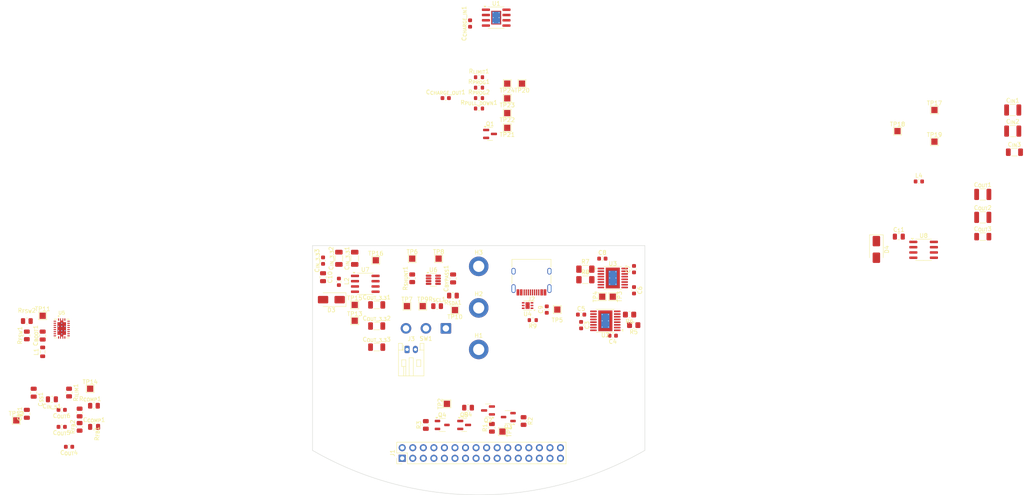
<source format=kicad_pcb>
(kicad_pcb (version 20241229) (generator "pcbnew") (generator_version "9.0")
  (layers (0 "F.Cu" signal) (2 "B.Cu" signal) (13 "F.Paste" user) (15 "B.Paste" user) (5 "F.SilkS" user "F.Silkscreen") (7 "B.SilkS" user "B.Silkscreen") (1 "F.Mask" user) (3 "B.Mask" user) (25 "Edge.Cuts" user))
  (net 0 "")
  (net 1 "Net-(U2-VINT)")
  (net 2 "GND")
  (net 3 "/5V Out ")
  (net 4 "Net-(U2-VCP)")
  (net 5 "Net-(U3-VCP)")
  (net 6 "Net-(U3-VINT)")
  (net 7 "/HV (9V)")
  (net 8 "/5V_OUT")
  (net 9 "/9V_INPUT")
  (net 10 "/BOOT")
  (net 11 "Net-(U5-BOOT)")
  (net 12 "Net-(U6-VS)")
  (net 13 "/3.3V_OUT")
  (net 14 "/SWITCH_OUT")
  (net 15 "/5V_BAT_CHARGE")
  (net 16 "/BATTERY")
  (net 17 "Net-(C_{COMP}1-Pad1)")
  (net 18 "Net-(U5-SS)")
  (net 19 "Net-(D3-K)")
  (net 20 "Net-(D4-K)")
  (net 21 "/MOTOR3_A_OUT")
  (net 22 "/MOTOR1_B_OUT")
  (net 24 "/MOTOR1_CTRL1")
  (net 25 "/MOTOR3_CTRL1")
  (net 27 "/MOTOR4_CTRL1")
  (net 28 "/MOTOR2_CTRL1")
  (net 30 "/Battery ")
  (net 31 "/CTRL_EXT_LOAD2")
  (net 32 "/EXT_LOAD2_OUT")
  (net 33 "/MOTOR4_CTRL2")
  (net 34 "/3V3 Out ")
  (net 35 "/Motor4_A_OUT")
  (net 36 "/MOTOR3_CTRL2")
  (net 37 "/MOTOR1_CTRL2")
  (net 38 "/Motor4_B_OUT")
  (net 39 "/I2C1_SCL ")
  (net 40 "/MOTOR2_CTRL2")
  (net 41 "/CTRL_EXT_LOAD1")
  (net 42 "/Motor2_B_OUT")
  (net 44 "/MOTOR1_A_OUT ")
  (net 45 "/USART2_TX ")
  (net 46 "/EXT_LOAD1_OUT")
  (net 47 "/Motor2_A_OUT")
  (net 48 "/FAST_CHARGE_CTRL ")
  (net 49 "/MOTOR3_B_OUT")
  (net 50 "/I2C1_SDA ")
  (net 51 "Net-(J2-CC1)")
  (net 52 "Net-(J2-DP1)")
  (net 53 "Net-(J2-CC2)")
  (net 54 "Net-(J2-DN1)")
  (net 57 "Net-(Q1-D)")
  (net 58 "Net-(Q1-G)")
  (net 59 "Net-(Q2-G)")
  (net 60 "Net-(Q3-G)")
  (net 61 "Net-(Q4-G)")
  (net 62 "Net-(Q4-D)")
  (net 63 "Net-(U2-AISEN)")
  (net 64 "Net-(U2-BISEN)")
  (net 65 "Net-(U3-AISEN)")
  (net 66 "Net-(U3-BISEN)")
  (net 67 "Net-(U4-VSET)")
  (net 68 "Net-(U5-COMP)")
  (net 69 "/FB")
  (net 70 "Net-(R_{FSW}1-Pad2)")
  (net 71 "Net-(U5-FSW)")
  (net 72 "Net-(U5-ILIM)")
  (net 73 "/FAST_CHARGE_CTRL")
  (net 74 "Net-(U1-PROG)")
  (net 75 "/I2C1_SCL")
  (net 76 "Net-(U6-SCL)")
  (net 77 "/I2C1_SDA")
  (net 78 "Net-(U6-SDA)")
  (net 80 "Net-(U2-nFAULT)")
  (net 81 "Net-(U3-nFAULT)")
  (net 82 "/MOTOR2_A_OUT")
  (net 83 "/MOTOR1_A_OUT")
  (net 84 "/MOTOR2_B_OUT")
  (net 85 "/MOTOR4_B_OUT")
  (net 86 "/MOTOR4_A_OUT")
  (footprint "Capacitor_SMD:C_0603_1608Metric" (layer "F.Cu") (at 95.37 75.145 90)
    (property "Reference" "C_{IN_3.3}3" (at 0 -1.43 90) (layer "F.SilkS"))
    (property "Value" "22uF")
    (pad "1" smd roundrect (at -0.775 0 90) (size 0.9 0.95) (layers "F.Cu" "F.Mask" "F.Paste") (net 8 "/5V_OUT"))
    (pad "2" smd roundrect (at 0.775 0 90) (size 0.9 0.95) (layers "F.Cu" "F.Mask" "F.Paste") (net 2 "GND"))
  )
  (footprint "Package_SO:HTSSOP-16-1EP_4.4x5mm_P0.65mm_EP3.4x5mm_Mask2.46x2.31mm_ThermalVias" (layer "F.Cu") (at 163.31 89.625 180)
    (property "Reference" "U2" (at 0 -3.45 0) (layer "F.SilkS"))
    (property "Value" "brushed DC motors")
    (pad "1" smd roundrect (at -2.8625 -2.275 180) (size 1.575 0.4) (layers "F.Cu" "F.Mask" "F.Paste") (net 3 "/5V Out "))
    (pad "2" smd roundrect (at -2.8625 -1.625 180) (size 1.575 0.4) (layers "F.Cu" "F.Mask" "F.Paste") (net 83 "/MOTOR1_A_OUT"))
    (pad "3" smd roundrect (at -2.8625 -0.975 180) (size 1.575 0.4) (layers "F.Cu" "F.Mask" "F.Paste") (net 63 "Net-(U2-AISEN)"))
    (pad "4" smd roundrect (at -2.8625 -0.325 180) (size 1.575 0.4) (layers "F.Cu" "F.Mask" "F.Paste") (net 22 "/MOTOR1_B_OUT"))
    (pad "5" smd roundrect (at -2.8625 0.325 180) (size 1.575 0.4) (layers "F.Cu" "F.Mask" "F.Paste") (net 84 "/MOTOR2_B_OUT"))
    (pad "6" smd roundrect (at -2.8625 0.975 180) (size 1.575 0.4) (layers "F.Cu" "F.Mask" "F.Paste") (net 64 "Net-(U2-BISEN)"))
    (pad "7" smd roundrect (at -2.8625 1.625 180) (size 1.575 0.4) (layers "F.Cu" "F.Mask" "F.Paste") (net 82 "/MOTOR2_A_OUT"))
    (pad "8" smd roundrect (at -2.8625 2.275 180) (size 1.575 0.4) (layers "F.Cu" "F.Mask" "F.Paste") (net 80 "Net-(U2-nFAULT)"))
    (pad "9" smd roundrect (at 2.8625 2.275 180) (size 1.575 0.4) (layers "F.Cu" "F.Mask" "F.Paste") (net 28 "/MOTOR2_CTRL1"))
    (pad "10" smd roundrect (at 2.8625 1.625 180) (size 1.575 0.4) (layers "F.Cu" "F.Mask" "F.Paste") (net 40 "/MOTOR2_CTRL2"))
    (pad "11" smd roundrect (at 2.8625 0.975 180) (size 1.575 0.4) (layers "F.Cu" "F.Mask" "F.Paste") (net 4 "Net-(U2-VCP)"))
    (pad "12" smd roundrect (at 2.8625 0.325 180) (size 1.575 0.4) (layers "F.Cu" "F.Mask" "F.Paste") (net 3 "/5V Out "))
    (pad "13" smd roundrect (at 2.8625 -0.325 180) (size 1.575 0.4) (layers "F.Cu" "F.Mask" "F.Paste") (net 2 "GND"))
    (pad "14" smd roundrect (at 2.8625 -0.975 180) (size 1.575 0.4) (layers "F.Cu" "F.Mask" "F.Paste") (net 1 "Net-(U2-VINT)"))
    (pad "15" smd roundrect (at 2.8625 -1.625 180) (size 1.575 0.4) (layers "F.Cu" "F.Mask" "F.Paste") (net 37 "/MOTOR1_CTRL2"))
    (pad "16" smd roundrect (at 2.8625 -2.275 180) (size 1.575 0.4) (layers "F.Cu" "F.Mask" "F.Paste") (net 24 "/MOTOR1_CTRL1"))
    (pad "17" thru_hole circle (at -0.75 -1.5 180) (size 0.5 0.5) (drill 0.2) (property pad_prop_heatsink) (layers "*.Cu") (net 2 "GND"))
    (pad "17" thru_hole circle (at -0.75 0 180) (size 0.5 0.5) (drill 0.2) (property pad_prop_heatsink) (layers "*.Cu") (net 2 "GND"))
    (pad "17" thru_hole circle (at -0.75 1.5 180) (size 0.5 0.5) (drill 0.2) (property pad_prop_heatsink) (layers "*.Cu") (net 2 "GND"))
    (pad "17" smd rect (at 0 0 180) (size 2 3.5) (property pad_prop_heatsink) (layers "B.Cu") (net 2 "GND"))
    (pad "17" smd rect (at 0 0 180) (size 3.4 5) (property pad_prop_heatsink) (layers "F.Cu") (net 2 "GND"))
    (pad "17" thru_hole circle (at 0.75 -1.5 180) (size 0.5 0.5) (drill 0.2) (property pad_prop_heatsink) (layers "*.Cu") (net 2 "GND"))
    (pad "17" thru_hole circle (at 0.75 0 180) (size 0.5 0.5) (drill 0.2) (property pad_prop_heatsink) (layers "*.Cu") (net 2 "GND"))
    (pad "17" thru_hole circle (at 0.75 1.5 180) (size 0.5 0.5) (drill 0.2) (property pad_prop_heatsink) (layers "*.Cu") (net 2 "GND"))
  )
  (footprint "Package_TO_SOT_SMD:SOT-23" (layer "F.Cu") (at 135.0725 111.2 180)
    (property "Reference" "Q2" (at 0 -2.4 0) (layer "F.SilkS"))
    (property "Value" "AO3401A")
    (pad "1" smd roundrect (at -0.9375 -0.95 180) (size 1.475 0.6) (layers "F.Cu" "F.Mask" "F.Paste") (net 59 "Net-(Q2-G)"))
    (pad "2" smd roundrect (at -0.9375 0.95 180) (size 1.475 0.6) (layers "F.Cu" "F.Mask" "F.Paste") (net 46 "/EXT_LOAD1_OUT"))
    (pad "3" smd roundrect (at 0.9375 0 180) (size 1.475 0.6) (layers "F.Cu" "F.Mask" "F.Paste") (net 3 "/5V Out "))
  )
  (footprint "Capacitor_SMD:C_0805_2012Metric" (layer "F.Cu") (at 25.725 106.925 -90)
    (property "Reference" "C_{SS}1" (at 1.59 -1.68 90) (layer "F.SilkS"))
    (property "Value" "47nF")
    (pad "1" smd roundrect (at -0.95 0 270) (size 1 1.45) (layers "F.Cu" "F.Mask" "F.Paste") (net 18 "Net-(U5-SS)"))
    (pad "2" smd roundrect (at 0.95 0 270) (size 1 1.45) (layers "F.Cu" "F.Mask" "F.Paste") (net 2 "GND"))
  )
  (footprint "Package_TO_SOT_SMD:SOT-23-3" (layer "F.Cu") (at 124.0475 114.69)
    (property "Reference" "Q4" (at 0 -2.4 0) (layer "F.SilkS"))
    (property "Value" "AO3400A")
    (pad "1" smd roundrect (at -1.1375 -0.95) (size 1.325 0.6) (layers "F.Cu" "F.Mask" "F.Paste") (net 61 "Net-(Q4-G)"))
    (pad "2" smd roundrect (at -1.1375 0.95) (size 1.325 0.6) (layers "F.Cu" "F.Mask" "F.Paste") (net 2 "GND"))
    (pad "3" smd roundrect (at 1.1375 0) (size 1.325 0.6) (layers "F.Cu" "F.Mask" "F.Paste") (net 62 "Net-(Q4-D)"))
  )
  (footprint "Capacitor_SMD:C_0603_1608Metric" (layer "F.Cu") (at 32.47 115.145 180)
    (property "Reference" "C_{OUT}5" (at 0 -1.43 0) (layer "F.SilkS"))
    (property "Value" "22uF")
    (pad "1" smd roundrect (at -0.775 0 180) (size 0.9 0.95) (layers "F.Cu" "F.Mask" "F.Paste") (net 8 "/5V_OUT"))
    (pad "2" smd roundrect (at 0.775 0 180) (size 0.9 0.95) (layers "F.Cu" "F.Mask" "F.Paste") (net 2 "GND"))
  )
  (footprint "Capacitor_SMD:C_0603_1608Metric" (layer "F.Cu") (at 124.885 36.02)
    (property "Reference" "C_{CHARGE_OUT}1" (at 0 -1.43 0) (layer "F.SilkS"))
    (property "Value" "10u")
    (pad "1" smd roundrect (at -0.775 0) (size 0.9 0.95) (layers "F.Cu" "F.Mask" "F.Paste") (net 16 "/BATTERY"))
    (pad "2" smd roundrect (at 0.775 0) (size 0.9 0.95) (layers "F.Cu" "F.Mask" "F.Paste") (net 2 "GND"))
  )
  (footprint "TestPoint:TestPoint_Pad_1.5x1.5mm" (layer "F.Cu") (at 127.12 87.04 180)
    (property "Reference" "TP10" (at 0 -1.648 0) (layer "F.SilkS"))
    (property "Value" "SDA")
    (pad "1" smd rect (at 0 0 180) (size 1.5 1.5) (layers "F.Cu" "F.Mask") (net 78 "Net-(U6-SDA)"))
  )
  (footprint "Capacitor_SMD:C_1210_3225Metric" (layer "F.Cu") (at 254.15 59.205)
    (property "Reference" "C_{OUT}1" (at 0 -2.3 0) (layer "F.SilkS"))
    (property "Value" "100uF")
    (pad "1" smd roundrect (at -1.475 0) (size 1.15 2.7) (layers "F.Cu" "F.Mask" "F.Paste") (roundrect_rratio 0.217391) (net 15 "/5V_BAT_CHARGE"))
    (pad "2" smd roundrect (at 1.475 0) (size 1.15 2.7) (layers "F.Cu" "F.Mask" "F.Paste") (roundrect_rratio 0.217391) (net 2 "GND"))
  )
  (footprint "MountingHole:MountingHole_2.7mm_M2.5_DIN965_Pad" (layer "F.Cu") (at 132.83 96.52)
    (property "Reference" "H1" (at 0 -3.35 0) (layer "F.SilkS"))
    (property "Value" "MountingHole_2.7mm_M2.5_DIN965_Pad")
    (pad "1" thru_hole circle (at 0 0) (size 4.7 4.7) (drill 2.7) (layers "*.Cu" "*.Mask"))
  )
  (footprint "TestPoint:TestPoint_Pad_1.5x1.5mm" (layer "F.Cu") (at 116.8275 74.665)
    (property "Reference" "TP6" (at 0 -1.648 0) (layer "F.SilkS"))
    (property "Value" "BATTERY_MON")
    (pad "1" smd rect (at 0 0) (size 1.5 1.5) (layers "F.Cu" "F.Mask") (net 16 "/BATTERY"))
  )
  (footprint "Resistor_SMD:R_0805_2012Metric" (layer "F.Cu") (at 130.265 110.53 180)
    (property "Reference" "R4" (at 0 -1.65 0) (layer "F.SilkS"))
    (property "Value" "1M")
    (pad "1" smd roundrect (at -0.9125 0 180) (size 1.025 1.4) (layers "F.Cu" "F.Mask" "F.Paste") (roundrect_rratio 0.243902) (net 3 "/5V Out "))
    (pad "2" smd roundrect (at 0.9125 0 180) (size 1.025 1.4) (layers "F.Cu" "F.Mask" "F.Paste") (roundrect_rratio 0.243902) (net 62 "Net-(Q4-D)"))
  )
  (footprint "Capacitor_SMD:C_0805_2012Metric" (layer "F.Cu") (at 95.37 79.13 -90)
    (property "Reference" "C10" (at 0 -1.68 90) (layer "F.SilkS"))
    (property "Value" "1uF")
    (pad "1" smd roundrect (at -0.95 0 270) (size 1 1.45) (layers "F.Cu" "F.Mask" "F.Paste") (net 8 "/5V_OUT"))
    (pad "2" smd roundrect (at 0.95 0 270) (size 1 1.45) (layers "F.Cu" "F.Mask" "F.Paste") (net 2 "GND"))
  )
  (footprint "Capacitor_SMD:C_0603_1608Metric" (layer "F.Cu") (at 32.47 111.055 180)
    (property "Reference" "C_{OUT}6" (at 0 -1.43 0) (layer "F.SilkS"))
    (property "Value" "22uF")
    (pad "1" smd roundrect (at -0.775 0 180) (size 0.9 0.95) (layers "F.Cu" "F.Mask" "F.Paste") (net 8 "/5V_OUT"))
    (pad "2" smd roundrect (at 0.775 0 180) (size 0.9 0.95) (layers "F.Cu" "F.Mask" "F.Paste") (net 2 "GND"))
  )
  (footprint "Capacitor_SMD:C_1206_3216Metric" (layer "F.Cu") (at 254.15 69.365)
    (property "Reference" "C_{OUT}3" (at 0 -1.85 0) (layer "F.SilkS"))
    (property "Value" "100uF")
    (pad "1" smd roundrect (at -1.475 0) (size 1.15 1.8) (layers "F.Cu" "F.Mask" "F.Paste") (roundrect_rratio 0.217391) (net 15 "/5V_BAT_CHARGE"))
    (pad "2" smd roundrect (at 1.475 0) (size 1.15 1.8) (layers "F.Cu" "F.Mask" "F.Paste") (roundrect_rratio 0.217391) (net 2 "GND"))
  )
  (footprint "Inductor_SMD:L_0603_1608Metric" (layer "F.Cu") (at 99.18 80.2375 -90)
    (property "Reference" "L2" (at -0.1525 -1.905 90) (layer "F.SilkS"))
    (property "Value" "22uH")
    (pad "1" smd roundrect (at -0.7875 0 270) (size 0.875 0.95) (layers "F.Cu" "F.Mask" "F.Paste") (net 19 "Net-(D3-K)"))
    (pad "2" smd roundrect (at 0.7875 0 270) (size 0.875 0.95) (layers "F.Cu" "F.Mask" "F.Paste") (net 13 "/3.3V_OUT"))
  )
  (footprint "TPS61088RHLR:IC_TPS61088RHLR" (layer "F.Cu") (at 32.47 91.48)
    (property "Reference" "U5" (at 0 -3.76599 0) (layer "F.SilkS") (effects (font (size 0.80148 0.80148))))
    (property "Value" "TPS61088RHLR")
    (pad "1" smd roundrect (at -0.75 -2.15) (size 0.24 0.6) (layers "F.Cu" "F.Mask" "F.Paste") (roundrect_rratio 0.21) (net 2 "GND"))
    (pad "2" smd roundrect (at -1.65 -1.75) (size 0.6 0.24) (layers "F.Cu" "F.Mask" "F.Paste") (roundrect_rratio 0.21) (net 16 "/BATTERY"))
    (pad "3" smd roundrect (at -1.65 -1.25) (size 0.6 0.24) (layers "F.Cu" "F.Mask" "F.Paste") (roundrect_rratio 0.21) (net 71 "Net-(U5-FSW)"))
    (pad "4" smd roundrect (at -1.65 -0.75) (size 0.6 0.24) (layers "F.Cu" "F.Mask" "F.Paste") (roundrect_rratio 0.21))
    (pad "5" smd roundrect (at -1.65 -0.25) (size 0.6 0.24) (layers "F.Cu" "F.Mask" "F.Paste") (roundrect_rratio 0.21) (net 10 "/BOOT"))
    (pad "6" smd roundrect (at -1.65 0.25) (size 0.6 0.24) (layers "F.Cu" "F.Mask" "F.Paste") (roundrect_rratio 0.21))
    (pad "7" smd roundrect (at -1.65 0.75) (size 0.6 0.24) (layers "F.Cu" "F.Mask" "F.Paste") (roundrect_rratio 0.21))
    (pad "8" smd roundrect (at -1.65 1.25) (size 0.6 0.24) (layers "F.Cu" "F.Mask" "F.Paste") (roundrect_rratio 0.21) (net 11 "Net-(U5-BOOT)"))
    (pad "9" smd roundrect (at -1.65 1.75) (size 0.6 0.24) (layers "F.Cu" "F.Mask" "F.Paste") (roundrect_rratio 0.21) (net 14 "/SWITCH_OUT"))
    (pad "10" smd roundrect (at -0.75 2.15) (size 0.24 0.6) (layers "F.Cu" "F.Mask" "F.Paste") (roundrect_rratio 0.21) (net 18 "Net-(U5-SS)"))
    (pad "11" smd roundrect (at 0.75 2.15) (size 0.24 0.6) (layers "F.Cu" "F.Mask" "F.Paste") (roundrect_rratio 0.21))
    (pad "12" smd roundrect (at 1.65 1.75) (size 0.6 0.24) (layers "F.Cu" "F.Mask" "F.Paste") (roundrect_rratio 0.21))
    (pad "13" smd roundrect (at 1.65 1.25) (size 0.6 0.24) (layers "F.Cu" "F.Mask" "F.Paste") (roundrect_rratio 0.21))
    (pad "14" smd roundrect (at 1.65 0.75) (size 0.6 0.24) (layers "F.Cu" "F.Mask" "F.Paste") (roundrect_rratio 0.21))
    (pad "15" smd roundrect (at 1.65 0.25) (size 0.6 0.24) (layers "F.Cu" "F.Mask" "F.Paste") (roundrect_rratio 0.21) (net 8 "/5V_OUT"))
    (pad "16" smd roundrect (at 1.65 -0.25) (size 0.6 0.24) (layers "F.Cu" "F.Mask" "F.Paste") (roundrect_rratio 0.21))
    (pad "17" smd roundrect (at 1.65 -0.75) (size 0.6 0.24) (layers "F.Cu" "F.Mask" "F.Paste") (roundrect_rratio 0.21) (net 69 "/FB"))
    (pad "18" smd roundrect (at 1.65 -1.25) (size 0.6 0.24) (layers "F.Cu" "F.Mask" "F.Paste") (roundrect_rratio 0.21) (net 68 "Net-(U5-COMP)"))
    (pad "19" smd roundrect (at 1.65 -1.75) (size 0.6 0.24) (layers "F.Cu" "F.Mask" "F.Paste") (roundrect_rratio 0.21) (net 72 "Net-(U5-ILIM)"))
    (pad "20" smd roundrect (at 0.75 -2.15) (size 0.24 0.6) (layers "F.Cu" "F.Mask" "F.Paste") (roundrect_rratio 0.21) (net 2 "GND"))
    (pad "21" smd custom (at 0 0) (size 2.05 3.05) (layers "F.Cu" "F.Mask") (net 2 "GND") (options (clearance outline) (anchor rect)) (primitives (gr_poly (pts (xy -0.375 -1.525) (xy -0.375 -2.4) (xy -0.375 -2.403) (xy -0.375 -2.405) (xy -0.374 -2.408) (xy -0.374 -2.41) (xy -0.373 -2.413) (xy -0.373 -2.415) (xy -0.372 -2.418) (xy -0.371 -2.42) (xy -0.37 -2.423) (xy -0.368 -2.425) (xy -0.367 -2.427) (xy -0.365 -2.429) (xy -0.364 -2.431) (xy -0.362 -2.433) (xy -0.36 -2.435) (xy -0.358 -2.437) (xy -0.356 -2.439) (xy -0.354 -2.44) (xy -0.352 -2.442) (xy -0.35 -2.443) (xy -0.348 -2.445) (xy -0.345 -2.446) (xy -0.343 -2.447) (xy -0.34 -2.448) (xy -0.338 -2.448) (xy -0.335 -2.449) (xy -0.333 -2.449) (xy -0.33 -2.45) (xy -0.328 -2.45) (xy -0.325 -2.45) (xy -0.225 -2.45) (xy -0.222 -2.45) (xy -0.22 -2.45) (xy -0.217 -2.449) (xy -0.215 -2.449) (xy -0.212 -2.448) (xy -0.21 -2.448) (xy -0.207 -2.447) (xy -0.205 -2.446) (xy -0.202 -2.445) (xy -0.2 -2.443) (xy -0.198 -2.442) (xy -0.196 -2.44) (xy -0.194 -2.439) (xy -0.192 -2.437) (xy -0.19 -2.435) (xy -0.188 -2.433) (xy -0.186 -2.431) (xy -0.185 -2.429) (xy -0.183 -2.427) (xy -0.182 -2.425) (xy -0.18 -2.423) (xy -0.179 -2.42) (xy -0.178 -2.418) (xy -0.177 -2.415) (xy -0.177 -2.413) (xy -0.176 -2.41) (xy -0.176 -2.408) (xy -0.175 -2.405) (xy -0.175 -2.403) (xy -0.175 -2.4) (xy -0.175 -1.925) (xy 0.175 -1.925) (xy 0.175 -2.4) (xy 0.175 -2.403) (xy 0.175 -2.405) (xy 0.176 -2.408) (xy 0.176 -2.41) (xy 0.177 -2.413) (xy 0.177 -2.415) (xy 0.178 -2.418) (xy 0.179 -2.42) (xy 0.18 -2.423) (xy 0.182 -2.425) (xy 0.183 -2.427) (xy 0.185 -2.429) (xy 0.186 -2.431) (xy 0.188 -2.433) (xy 0.19 -2.435) (xy 0.192 -2.437) (xy 0.194 -2.439) (xy 0.196 -2.44) (xy 0.198 -2.442) (xy 0.2 -2.443) (xy 0.202 -2.445) (xy 0.205 -2.446) (xy 0.207 -2.447) (xy 0.21 -2.448) (xy 0.212 -2.448) (xy 0.215 -2.449) (xy 0.217 -2.449) (xy 0.22 -2.45) (xy 0.222 -2.45) (xy 0.225 -2.45) (xy 0.325 -2.45) (xy 0.328 -2.45) (xy 0.33 -2.45) (xy 0.333 -2.449) (xy 0.335 -2.449) (xy 0.338 -2.448) (xy 0.34 -2.448) (xy 0.343 -2.447) (xy 0.345 -2.446) (xy 0.348 -2.445) (xy 0.35 -2.443) (xy 0.352 -2.442) (xy 0.354 -2.44) (xy 0.356 -2.439) (xy 0.358 -2.437) (xy 0.36 -2.435) (xy 0.362 -2.433) (xy 0.364 -2.431) (xy 0.365 -2.429) (xy 0.367 -2.427) (xy 0.368 -2.425) (xy 0.37 -2.423) (xy 0.371 -2.42) (xy 0.372 -2.418) (xy 0.373 -2.415) (xy 0.373 -2.413) (xy 0.374 -2.41) (xy 0.374 -2.408) (xy 0.375 -2.405) (xy 0.375 -2.403) (xy 0.375 -2.4) (xy 0.375 -1.525) (xy 0.975 -1.525) (xy 0.978 -1.525) (xy 0.98 -1.525) (xy 0.983 -1.524) (xy 0.985 -1.524) (xy 0.988 -1.523) (xy 0.99 -1.523) (xy 0.993 -1.522) (xy 0.995 -1.521) (xy 0.998 -1.52) (xy 1 -1.518) (xy 1.002 -1.517) (xy 1.004 -1.515) (xy 1.006 -1.514) (xy 1.008 -1.512) (xy 1.01 -1.51) (xy 1.012 -1.508) (xy 1.014 -1.506) (xy 1.015 -1.504) (xy 1.017 -1.502) (xy 1.018 -1.5) (xy 1.02 -1.498) (xy 1.021 -1.495) (xy 1.022 -1.493) (xy 1.023 -1.49) (xy 1.023 -1.488) (xy 1.024 -1.485) (xy 1.024 -1.483) (xy 1.025 -1.48) (xy 1.025 -1.478) (xy 1.025 -1.475) (xy 1.025 1.475) (xy 1.025 1.478) (xy 1.025 1.48) (xy 1.024 1.483) (xy 1.024 1.485) (xy 1.023 1.488) (xy 1.023 1.49) (xy 1.022 1.493) (xy 1.021 1.495) (xy 1.02 1.498) (xy 1.018 1.5) (xy 1.017 1.502) (xy 1.015 1.504) (xy 1.014 1.506) (xy 1.012 1.508) (xy 1.01 1.51) (xy 1.008 1.512) (xy 1.006 1.514) (xy 1.004 1.515) (xy 1.002 1.517) (xy 1 1.518) (xy 0.998 1.52) (xy 0.995 1.521) (xy 0.993 1.522) (xy 0.99 1.523) (xy 0.988 1.523) (xy 0.985 1.524) (xy 0.983 1.524) (xy 0.98 1.525) (xy 0.978 1.525) (xy 0.975 1.525) (xy 0.375 1.525) (xy 0.375 2.4) (xy 0.375 2.403) (xy 0.375 2.405) (xy 0.374 2.408) (xy 0.374 2.41) (xy 0.373 2.413) (xy 0.373 2.415) (xy 0.372 2.418) (xy 0.371 2.42) (xy 0.37 2.423) (xy 0.368 2.425) (xy 0.367 2.427) (xy 0.365 2.429) (xy 0.364 2.431) (xy 0.362 2.433) (xy 0.36 2.435) (xy 0.358 2.437) (xy 0.356 2.439) (xy 0.354 2.44) (xy 0.352 2.442) (xy 0.35 2.443) (xy 0.348 2.445) (xy 0.345 2.446) (xy 0.343 2.447) (xy 0.34 2.448) (xy 0.338 2.448) (xy 0.335 2.449) (xy 0.333 2.449) (xy 0.33 2.45) (xy 0.328 2.45) (xy 0.325 2.45) (xy 0.225 2.45) (xy 0.222 2.45) (xy 0.22 2.45) (xy 0.217 2.449) (xy 0.215 2.449) (xy 0.212 2.448) (xy 0.21 2.448) (xy 0.207 2.447) (xy 0.205 2.446) (xy 0.202 2.445) (xy 0.2 2.443) (xy 0.198 2.442) (xy 0.196 2.44) (xy 0.194 2.439) (xy 0.192 2.437) (xy 0.19 2.435) (xy 0.188 2.433) (xy 0.186 2.431) (xy 0.185 2.429) (xy 0.183 2.427) (xy 0.182 2.425) (xy 0.18 2.423) (xy 0.179 2.42) (xy 0.178 2.418) (xy 0.177 2.415) (xy 0.177 2.413) (xy 0.176 2.41) (xy 0.176 2.408) (xy 0.175 2.405) (xy 0.175 2.403) (xy 0.175 2.4) (xy 0.175 1.925) (xy -0.175 1.925) (xy -0.175 2.4) (xy -0.175 2.403) (xy -0.175 2.405) (xy -0.176 2.408) (xy -0.176 2.41) (xy -0.177 2.413) (xy -0.177 2.415) (xy -0.178 2.418) (xy -0.179 2.42) (xy -0.18 2.423) (xy -0.182 2.425) (xy -0.183 2.427) (xy -0.185 2.429) (xy -0.186 2.431) (xy -0.188 2.433) (xy -0.19 2.435) (xy -0.192 2.437) (xy -0.194 2.439) (xy -0.196 2.44) (xy -0.198 2.442) (xy -0.2 2.443) (xy -0.202 2.445) (xy -0.205 2.446) (xy -0.207 2.447) (xy -0.21 2.448) (xy -0.212 2.448) (xy -0.215 2.449) (xy -0.217 2.449) (xy -0.22 2.45) (xy -0.222 2.45) (xy -0.225 2.45) (xy -0.325 2.45) (xy -0.328 2.45) (xy -0.33 2.45) (xy -0.333 2.449) (xy -0.335 2.449) (xy -0.338 2.448) (xy -0.34 2.448) (xy -0.343 2.447) (xy -0.345 2.446) (xy -0.348 2.445) (xy -0.35 2.443) (xy -0.352 2.442) (xy -0.354 2.44) (xy -0.356 2.439) (xy -0.358 2.437) (xy -0.36 2.435) (xy -0.362 2.433) (xy -0.364 2.431) (xy -0.365 2.429) (xy -0.367 2.427) (xy -0.368 2.425) (xy -0.37 2.423) (xy -0.371 2.42) (xy -0.372 2.418) (xy -0.373 2.415) (xy -0.373 2.413) (xy -0.374 2.41) (xy -0.374 2.408) (xy -0.375 2.405) (xy -0.375 2.403) (xy -0.375 2.4) (xy -0.375 1.525) (xy -0.975 1.525) (xy -0.978 1.525) (xy -0.98 1.525) (xy -0.983 1.524) (xy -0.985 1.524) (xy -0.988 1.523) (xy -0.99 1.523) (xy -0.993 1.522) (xy -0.995 1.521) (xy -0.998 1.52) (xy -1 1.518) (xy -1.002 1.517) (xy -1.004 1.515) (xy -1.006 1.514) (xy -1.008 1.512) (xy -1.01 1.51) (xy -1.012 1.508) (xy -1.014 1.506) (xy -1.015 1.504) (xy -1.017 1.502) (xy -1.018 1.5) (xy -1.02 1.498) (xy -1.021 1.495) (xy -1.022 1.493) (xy -1.023 1.49) (xy -1.023 1.488) (xy -1.024 1.485) (xy -1.024 1.483) (xy -1.025 1.48) (xy -1.025 1.478) (xy -1.025 1.475) (xy -1.025 -1.475) (xy -1.025 -1.478) (xy -1.025 -1.48) (xy -1.024 -1.483) (xy -1.024 -1.485) (xy -1.023 -1.488) (xy -1.023 -1.49) (xy -1.022 -1.493) (xy -1.021 -1.495) (xy -1.02 -1.498) (xy -1.018 -1.5) (xy -1.017 -1.502) (xy -1.015 -1.504) (xy -1.014 -1.506) (xy -1.012 -1.508) (xy -1.01 -1.51) (xy -1.008 -1.512) (xy -1.006 -1.514) (xy -1.004 -1.515) (xy -1.002 -1.517) (xy -1 -1.518) (xy -0.998 -1.52) (xy -0.995 -1.521) (xy -0.993 -1.522) (xy -0.99 -1.523) (xy -0.988 -1.523) (xy -0.985 -1.524) (xy -0.983 -1.524) (xy -0.98 -1.525) (xy -0.978 -1.525) (xy -0.975 -1.525) (xy -0.375 -1.525)) (width 0.01) (fill yes))))
    (pad "22" thru_hole circle (at 0 -1.275) (size 0.3 0.3) (drill 0.2) (layers "*.Cu" "*.Mask") (net 2 "GND"))
    (pad "23" thru_hole circle (at -0.775 -0.525) (size 0.3 0.3) (drill 0.2) (layers "*.Cu" "*.Mask") (net 2 "GND"))
    (pad "24" thru_hole circle (at 0 -0.525) (size 0.3 0.3) (drill 0.2) (layers "*.Cu" "*.Mask") (net 2 "GND"))
    (pad "25" thru_hole circle (at 0.775 -0.525) (size 0.3 0.3) (drill 0.2) (layers "*.Cu" "*.Mask") (net 2 "GND"))
    (pad "26" thru_hole circle (at -0.775 0.525) (size 0.3 0.3) (drill 0.2) (layers "*.Cu" "*.Mask") (net 2 "GND"))
    (pad "27" thru_hole circle (at 0 0.525) (size 0.3 0.3) (drill 0.2) (layers "*.Cu" "*.Mask") (net 2 "GND"))
    (pad "28" thru_hole circle (at 0.775 0.525) (size 0.3 0.3) (drill 0.2) (layers "*.Cu" "*.Mask") (net 2 "GND"))
    (pad "29" thru_hole circle (at 0 1.275) (size 0.3 0.3) (drill 0.2) (layers "*.Cu" "*.Mask") (net 2 "GND"))
  )
  (footprint "TestPoint:TestPoint_Pad_1.5x1.5mm" (layer "F.Cu") (at 139.7 43.18 180)
    (property "Reference" "TP21" (at 0 -1.648 0) (layer "F.SilkS"))
    (property "Value" "BATTERY_CHRG")
    (pad "1" smd rect (at 0 0 180) (size 1.5 1.5) (layers "F.Cu" "F.Mask") (net 16 "/BATTERY"))
  )
  (footprint "Capacitor_SMD:C_0603_1608Metric" (layer "F.Cu") (at 170.21 82.275 -90)
    (property "Reference" "C6" (at 0 -1.43 90) (layer "F.SilkS"))
    (property "Value" "0.01uF")
    (pad "1" smd roundrect (at -0.775 0 270) (size 0.9 0.95) (layers "F.Cu" "F.Mask" "F.Paste") (net 3 "/5V Out "))
    (pad "2" smd roundrect (at 0.775 0 270) (size 0.9 0.95) (layers "F.Cu" "F.Mask" "F.Paste") (net 5 "Net-(U3-VCP)"))
  )
  (footprint "Resistor_SMD:R_0603_1608Metric" (layer "F.Cu") (at 145.845 89.46 180)
    (property "Reference" "R9" (at 0 -1.43 0) (layer "F.SilkS"))
    (property "Value" "75K")
    (pad "1" smd roundrect (at -0.825 0 180) (size 0.8 0.95) (layers "F.Cu" "F.Mask" "F.Paste") (net 67 "Net-(U4-VSET)"))
    (pad "2" smd roundrect (at 0.825 0 180) (size 0.8 0.95) (layers "F.Cu" "F.Mask" "F.Paste") (net 2 "GND"))
  )
  (footprint "Package_TO_SOT_SMD:SOT-23-8" (layer "F.Cu") (at 121.9075 79.745)
    (property "Reference" "U6" (at 0 -2.4 0) (layer "F.SilkS"))
    (property "Value" "INA219AIDCNR")
    (pad "1" smd roundrect (at -1.1375 -0.975) (size 1.325 0.5) (layers "F.Cu" "F.Mask" "F.Paste") (net 16 "/BATTERY"))
    (pad "2" smd roundrect (at -1.1375 -0.325) (size 1.325 0.5) (layers "F.Cu" "F.Mask" "F.Paste") (net 14 "/SWITCH_OUT"))
    (pad "3" smd roundrect (at -1.1375 0.325) (size 1.325 0.5) (layers "F.Cu" "F.Mask" "F.Paste") (net 2 "GND"))
    (pad "4" smd roundrect (at -1.1375 0.975) (size 1.325 0.5) (layers "F.Cu" "F.Mask" "F.Paste") (net 12 "Net-(U6-VS)"))
    (pad "5" smd roundrect (at 1.1375 0.975) (size 1.325 0.5) (layers "F.Cu" "F.Mask" "F.Paste") (net 76 "Net-(U6-SCL)"))
    (pad "6" smd roundrect (at 1.1375 0.325) (size 1.325 0.5) (layers "F.Cu" "F.Mask" "F.Paste") (net 78 "Net-(U6-SDA)"))
    (pad "7" smd roundrect (at 1.1375 -0.325) (size 1.325 0.5) (layers "F.Cu" "F.Mask" "F.Paste") (net 2 "GND"))
    (pad "8" smd roundrect (at 1.1375 -0.975) (size 1.325 0.5) (layers "F.Cu" "F.Mask" "F.Paste") (net 13 "/3.3V_OUT"))
  )
  (footprint "Resistor_SMD:R_0805_2012Metric" (layer "F.Cu") (at 34.235 106.8875 -90)
    (property "Reference" "R_{ILIM}1" (at 0 -1.65 90) (layer "F.SilkS"))
    (property "Value" "100k")
    (pad "1" smd roundrect (at -0.9125 0 270) (size 1.025 1.4) (layers "F.Cu" "F.Mask" "F.Paste") (roundrect_rratio 0.243902) (net 72 "Net-(U5-ILIM)"))
    (pad "2" smd roundrect (at 0.9125 0 270) (size 1.025 1.4) (layers "F.Cu" "F.Mask" "F.Paste") (roundrect_rratio 0.243902) (net 2 "GND"))
  )
  (footprint "TestPoint:TestPoint_Pad_1.5x1.5mm" (layer "F.Cu") (at 102.99 85.8)
    (property "Reference" "TP15" (at 0 -1.648 0) (layer "F.SilkS"))
    (property "Value" "3V3_REG")
    (pad "1" smd rect (at 0 0) (size 1.5 1.5) (layers "F.Cu" "F.Mask") (net 13 "/3.3V_OUT"))
  )
  (footprint "MountingHole:MountingHole_2.7mm_M2.5_DIN965_Pad" (layer "F.Cu") (at 132.83 76.52)
    (property "Reference" "H3" (at 0 -3.35 0) (layer "F.SilkS"))
    (property "Value" "MountingHole_2.7mm_M2.5_DIN965_Pad")
    (pad "1" thru_hole circle (at 0 0) (size 4.7 4.7) (drill 2.7) (layers "*.Cu" "*.Mask"))
  )
  (footprint "Resistor_SMD:R_0805_2012Metric" (layer "F.Cu") (at 24.075 93.1375 90)
    (property "Reference" "R_{FSW}1" (at 0 -1.65 90) (layer "F.SilkS"))
    (property "Value" "220k")
    (pad "1" smd roundrect (at -0.9125 0 90) (size 1.025 1.4) (layers "F.Cu" "F.Mask" "F.Paste") (roundrect_rratio 0.243902) (net 10 "/BOOT"))
    (pad "2" smd roundrect (at 0.9125 0 90) (size 1.025 1.4) (layers "F.Cu" "F.Mask" "F.Paste") (roundrect_rratio 0.243902) (net 70 "Net-(R_{FSW}1-Pad2)"))
  )
  (footprint "TestPoint:TestPoint_Pad_1.5x1.5mm" (layer "F.Cu") (at 143.25 32.53 180)
    (property "Reference" "TP20" (at 0 -1.648 0) (layer "F.SilkS"))
    (property "Value" "5V_BAT_CHRG")
    (pad "1" smd rect (at 0 0 180) (size 1.5 1.5) (layers "F.Cu" "F.Mask") (net 15 "/5V_BAT_CHARGE"))
  )
  (footprint "Capacitor_SMD:C_1206_3216Metric" (layer "F.Cu") (at 108.275 85.8)
    (property "Reference" "C_{OUT_3.3}1" (at 0 -1.85 0) (layer "F.SilkS"))
    (property "Value" "100uF")
    (pad "1" smd roundrect (at -1.475 0) (size 1.15 1.8) (layers "F.Cu" "F.Mask" "F.Paste") (roundrect_rratio 0.217391) (net 13 "/3.3V_OUT"))
    (pad "2" smd roundrect (at 1.475 0) (size 1.15 1.8) (layers "F.Cu" "F.Mask" "F.Paste") (roundrect_rratio 0.217391) (net 2 "GND"))
  )
  (footprint "Resistor_SMD:R_0603_1608Metric" (layer "F.Cu") (at 132.905 36.02)
    (property "Reference" "R_{PROG}2" (at 0 -1.43 0) (layer "F.SilkS"))
    (property "Value" "2.7k")
    (pad "1" smd roundrect (at -0.825 0) (size 0.8 0.95) (layers "F.Cu" "F.Mask" "F.Paste") (net 74 "Net-(U1-PROG)"))
    (pad "2" smd roundrect (at 0.825 0) (size 0.8 0.95) (layers "F.Cu" "F.Mask" "F.Paste") (net 57 "Net-(Q1-D)"))
  )
  (footprint "Resistor_SMD:R_0805_2012Metric_Pad1.20x1.40mm_HandSolder" (layer "F.Cu") (at 170.14 90.665 180)
    (property "Reference" "R5" (at 0 -1.65 0) (layer "F.SilkS"))
    (property "Value" "1")
    (pad "1" smd roundrect (at -1 0 180) (size 1.2 1.4) (layers "F.Cu" "F.Mask" "F.Paste") (roundrect_rratio 0.208333) (net 2 "GND"))
    (pad "2" smd roundrect (at 1 0 180) (size 1.2 1.4) (layers "F.Cu" "F.Mask" "F.Paste") (roundrect_rratio 0.208333) (net 63 "Net-(U2-AISEN)"))
  )
  (footprint "MountingHole:MountingHole_2.7mm_M2.5_DIN965_Pad" (layer "F.Cu") (at 132.83 86.52)
    (property "Reference" "H2" (at 0 -3.35 0) (layer "F.SilkS"))
    (property "Value" "MountingHole_2.7mm_M2.5_DIN965_Pad")
    (pad "1" thru_hole circle (at 0 0) (size 4.7 4.7) (drill 2.7) (layers "*.Cu" "*.Mask"))
  )
  (footprint "Resistor_SMD:R_0805_2012Metric" (layer "F.Cu") (at 24.075 89.685 180)
    (property "Reference" "R_{FSW}2" (at 0 2.54 0) (layer "F.SilkS"))
    (property "Value" "33k")
    (pad "1" smd roundrect (at -0.9125 0 180) (size 1.025 1.4) (layers "F.Cu" "F.Mask" "F.Paste") (roundrect_rratio 0.243902) (net 70 "Net-(R_{FSW}1-Pad2)"))
    (pad "2" smd roundrect (at 0.9125 0 180) (size 1.025 1.4) (layers "F.Cu" "F.Mask" "F.Paste") (roundrect_rratio 0.243902) (net 71 "Net-(U5-FSW)"))
  )
  (footprint "TestPoint:TestPoint_Pad_1.5x1.5mm" (layer "F.Cu") (at 119.3675 86.095)
    (property "Reference" "TP9" (at 0 -1.648 0) (layer "F.SilkS"))
    (property "Value" "SCL")
    (pad "1" smd rect (at 0 0) (size 1.5 1.5) (layers "F.Cu" "F.Mask") (net 76 "Net-(U6-SCL)"))
  )
  (footprint "Capacitor_SMD:C_1206_3216Metric" (layer "F.Cu") (at 108.275 90.88)
    (property "Reference" "C_{OUT_3.3}2" (at 0 -1.85 0) (layer "F.SilkS"))
    (property "Value" "100uF")
    (pad "1" smd roundrect (at -1.475 0) (size 1.15 1.8) (layers "F.Cu" "F.Mask" "F.Paste") (roundrect_rratio 0.217391) (net 13 "/3.3V_OUT"))
    (pad "2" smd roundrect (at 1.475 0) (size 1.15 1.8) (layers "F.Cu" "F.Mask" "F.Paste") (roundrect_rratio 0.217391) (net 2 "GND"))
  )
  (footprint "Capacitor_SMD:C_1210_3225Metric" (layer "F.Cu") (at 254.15 64.725)
    (property "Reference" "C_{OUT}2" (at 0 -2.3 0) (layer "F.SilkS"))
    (property "Value" "100uF")
    (pad "1" smd roundrect (at -1.475 0) (size 1.15 2.7) (layers "F.Cu" "F.Mask" "F.Paste") (roundrect_rratio 0.217391) (net 15 "/5V_BAT_CHARGE"))
    (pad "2" smd roundrect (at 1.475 0) (size 1.15 2.7) (layers "F.Cu" "F.Mask" "F.Paste") (roundrect_rratio 0.217391) (net 2 "GND"))
  )
  (footprint "Connector_PinHeader_2.54mm:PinHeader_2x16_P2.54mm_Vertical" (layer "F.Cu") (at 114.42 122.71 90)
    (property "Reference" "J1" (at 1.27 -2.33 90) (layer "F.SilkS"))
    (property "Value" "Pin Header")
    (pad "1" thru_hole rect (at 0 0 90) (size 1.7 1.7) (drill 1) (layers "*.Cu" "*.Mask") (net 42 "/Motor2_B_OUT"))
    (pad "2" thru_hole oval (at 2.54 0 90) (size 1.7 1.7) (drill 1) (layers "*.Cu" "*.Mask") (net 47 "/Motor2_A_OUT"))
    (pad "3" thru_hole oval (at 0 2.54 90) (size 1.7 1.7) (drill 1) (layers "*.Cu" "*.Mask") (net 35 "/Motor4_A_OUT"))
    (pad "4" thru_hole oval (at 2.54 2.54 90) (size 1.7 1.7) (drill 1) (layers "*.Cu" "*.Mask") (net 28 "/MOTOR2_CTRL1"))
    (pad "5" thru_hole oval (at 0 5.08 90) (size 1.7 1.7) (drill 1) (layers "*.Cu" "*.Mask") (net 38 "/Motor4_B_OUT"))
    (pad "6" thru_hole oval (at 2.54 5.08 90) (size 1.7 1.7) (drill 1) (layers "*.Cu" "*.Mask") (net 40 "/MOTOR2_CTRL2"))
    (pad "7" thru_hole oval (at 0 7.62 90) (size 1.7 1.7) (drill 1) (layers "*.Cu" "*.Mask") (net 31 "/CTRL_EXT_LOAD2"))
    (pad "8" thru_hole oval (at 2.54 7.62 90) (size 1.7 1.7) (drill 1) (layers "*.Cu" "*.Mask") (net 27 "/MOTOR4_CTRL1"))
    (pad "9" thru_hole oval (at 0 10.16 90) (size 1.7 1.7) (drill 1) (layers "*.Cu" "*.Mask"))
    (pad "10" thru_hole oval (at 2.54 10.16 90) (size 1.7 1.7) (drill 1) (layers "*.Cu" "*.Mask") (net 33 "/MOTOR4_CTRL2"))
    (pad "11" thru_hole oval (at 0 12.7 90) (size 1.7 1.7) (drill 1) (layers "*.Cu" "*.Mask") (net 32 "/EXT_LOAD2_OUT"))
    (pad "12" thru_hole oval (at 2.54 12.7 90) (size 1.7 1.7) (drill 1) (layers "*.Cu" "*.Mask") (net 45 "/USART2_TX "))
    (pad "13" thru_hole oval (at 0 15.24 90) (size 1.7 1.7) (drill 1) (layers "*.Cu" "*.Mask") (net 48 "/FAST_CHARGE_CTRL "))
    (pad "14" thru_hole oval (at 2.54 15.24 90) (size 1.7 1.7) (drill 1) (layers "*.Cu" "*.Mask") (net 30 "/Battery "))
    (pad "15" thru_hole oval (at 0 17.78 90) (size 1.7 1.7) (drill 1) (layers "*.Cu" "*.Mask"))
    (pad "16" thru_hole oval (at 2.54 17.78 90) (size 1.7 1.7) (drill 1) (layers "*.Cu" "*.Mask") (net 39 "/I2C1_SCL "))
    (pad "17" thru_hole oval (at 0 20.32 90) (size 1.7 1.7) (drill 1) (layers "*.Cu" "*.Mask") (net 50 "/I2C1_SDA "))
    (pad "18" thru_hole oval (at 2.54 20.32 90) (size 1.7 1.7) (drill 1) (layers "*.Cu" "*.Mask") (net 34 "/3V3 Out "))
    (pad "19" thru_hole oval (at 0 22.86 90) (size 1.7 1.7) (drill 1) (layers "*.Cu" "*.Mask"))
    (pad "20" thru_hole oval (at 2.54 22.86 90) (size 1.7 1.7) (drill 1) (layers "*.Cu" "*.Mask") (net 3 "/5V Out "))
    (pad "21" thru_hole oval (at 0 25.4 90) (size 1.7 1.7) (drill 1) (layers "*.Cu" "*.Mask") (net 46 "/EXT_LOAD1_OUT"))
    (pad "22" thru_hole oval (at 2.54 25.4 90) (size 1.7 1.7) (drill 1) (layers "*.Cu" "*.Mask") (net 7 "/HV (9V)"))
    (pad "23" thru_hole oval (at 0 27.94 90) (size 1.7 1.7) (drill 1) (layers "*.Cu" "*.Mask"))
    (pad "24" thru_hole oval (at 2.54 27.94 90) (size 1.7 1.7) (drill 1) (layers "*.Cu" "*.Mask") (net 25 "/MOTOR3_CTRL1"))
    (pad "25" thru_hole oval (at 0 30.48 90) (size 1.7 1.7) (drill 1) (layers "*.Cu" "*.Mask") (net 41 "/CTRL_EXT_LOAD1"))
    (pad "26" thru_hole oval (at 2.54 30.48 90) (size 1.7 1.7) (drill 1) (layers "*.Cu" "*.Mask") (net 36 "/MOTOR3_CTRL2"))
    (pad "27" thru_hole oval (at 0 33.02 90) (size 1.7 1.7) (drill 1) (layers "*.Cu" "*.Mask") (net 21 "/MOTOR3_A_OUT"))
    (pad "28" thru_hole oval (at 2.54 33.02 90) (size 1.7 1.7) (drill 1) (layers "*.Cu" "*.Mask") (net 24 "/MOTOR1_CTRL1"))
    (pad "29" thru_hole oval (at 0 35.56 90) (size 1.7 1.7) (drill 1) (layers "*.Cu" "*.Mask") (net 49 "/MOTOR3_B_OUT"))
    (pad "30" thru_hole oval (at 2.54 35.56 90) (size 1.7 1.7) (drill 1) (layers "*.Cu" "*.Mask") (net 37 "/MOTOR1_CTRL2"))
    (pad "31" thru_hole oval (at 0 38.1 90) (size 1.7 1.7) (drill 1) (layers "*.Cu" "*.Mask") (net 22 "/MOTOR1_B_OUT"))
    (pad "32" thru_hole oval (at 2.54 38.1 90) (size 1.7 1.7) (drill 1) (layers "*.Cu" "*.Mask") (net 44 "/MOTOR1_A_OUT "))
  )
  (footprint "TestPoint:TestPoint_Pad_1.5x1.5mm" (layer "F.Cu") (at 125.185 109.61 90)
    (property "Reference" "TP2" (at 0 -1.648 90) (layer "F.SilkS"))
    (property "Value" "VG2")
    (pad "1" smd rect (at 0 0 90) (size 1.5 1.5) (layers "F.Cu" "F.Mask") (net 62 "Net-(Q4-D)"))
  )
  (footprint "Package_DFN_QFN:DFN-6-1EP_2x2mm_P0.65mm_EP1x1.6mm" (layer "F.Cu") (at 144.6 85.95 180)
    (property "Reference" "U4" (at 0 -2.025 0) (layer "F.SilkS"))
    (property "Value" "HUSB237-AA001-DN06R")
    (pad "1" smd rect (at -1.05 -0.65 180) (size 0.65 0.35) (layers "F.Cu" "F.Mask" "F.Paste") (net 51 "Net-(J2-CC1)"))
    (pad "2" smd rect (at -1.05 0 180) (size 0.65 0.35) (layers "F.Cu" "F.Mask" "F.Paste") (net 7 "/HV (9V)"))
    (pad "3" smd rect (at -1.05 0.65 180) (size 0.65 0.35) (layers "F.Cu" "F.Mask" "F.Paste") (net 67 "Net-(U4-VSET)"))
    (pad "4" smd rect (at 1.05 0.65 180) (size 0.65 0.35) (layers "F.Cu" "F.Mask" "F.Paste") (net 52 "Net-(J2-DP1)"))
    (pad "5" smd rect (at 1.05 0 180) (size 0.65 0.35) (layers "F.Cu" "F.Mask" "F.Paste") (net 54 "Net-(J2-DN1)"))
    (pad "6" smd rect (at 1.05 -0.65 180) (size 0.65 0.35) (layers "F.Cu" "F.Mask" "F.Paste") (net 53 "Net-(J2-CC2)"))
    (pad "7" smd rect (at 0 0 180) (size 1 1.6) (layers "F.Cu" "F.Mask") (net 2 "GND"))
  )
  (footprint "Capacitor_SMD:C_0603_1608Metric" (layer "F.Cu") (at 170.21 77.195 90)
    (property "Reference" "C7" (at 0 -1.43 90) (layer "F.SilkS"))
    (property "Value" "2.2uF")
    (pad "1" smd roundrect (at -0.775 0 90) (size 0.9 0.95) (layers "F.Cu" "F.Mask" "F.Paste") (net 2 "GND"))
    (pad "2" smd roundrect (at 0.775 0 90) (size 0.9 0.95) (layers "F.Cu" "F.Mask" "F.Paste") (net 6 "Net-(U3-VINT)"))
  )
  (footprint "TestPoint:TestPoint_Pad_1.5x1.5mm" (layer "F.Cu") (at 162.56 83.82 90)
    (property "Reference" "TP4" (at 0 -1.648 90) (layer "F.SilkS"))
    (property "Value" "Fault2")
    (pad "1" smd rect (at 0 0 90) (size 1.5 1.5) (layers "F.Cu" "F.Mask") (net 81 "Net-(U3-nFAULT)"))
  )
  (footprint "Capacitor_SMD:C_1210_3225Metric" (layer "F.Cu") (at 261.36 38.885)
    (property "Reference" "C_{IN}1" (at 0 -2.3 0) (layer "F.SilkS"))
    (property "Value" "100uF")
    (pad "1" smd roundrect (at -1.475 0) (size 1.15 2.7) (layers "F.Cu" "F.Mask" "F.Paste") (roundrect_rratio 0.217391) (net 9 "/9V_INPUT"))
    (pad "2" smd roundrect (at 1.475 0) (size 1.15 2.7) (layers "F.Cu" "F.Mask" "F.Paste") (roundrect_rratio 0.217391) (net 2 "GND"))
  )
  (footprint "Resistor_SMD:R_0805_2012Metric" (layer "F.Cu") (at 136.01 115.3675 90)
    (property "Reference" "R1" (at 0 -1.65 90) (layer "F.SilkS"))
    (property "Value" "1M")
    (pad "1" smd roundrect (at -0.9125 0 90) (size 1.025 1.4) (layers "F.Cu" "F.Mask" "F.Paste") (roundrect_rratio 0.243902) (net 3 "/5V Out "))
    (pad "2" smd roundrect (at 0.9125 0 90) (size 1.025 1.4) (layers "F.Cu" "F.Mask" "F.Paste") (roundrect_rratio 0.243902) (net 59 "Net-(Q2-G)"))
  )
  (footprint "Capacitor_SMD:C_0603_1608Metric" (layer "F.Cu") (at 34.235 119.945 180)
    (property "Reference" "C_{OUT}4" (at 0 -1.43 0) (layer "F.SilkS"))
    (property "Value" "22uF")
    (pad "1" smd roundrect (at -0.775 0 180) (size 0.9 0.95) (layers "F.Cu" "F.Mask" "F.Paste") (net 8 "/5V_OUT"))
    (pad "2" smd roundrect (at 0.775 0 180) (size 0.9 0.95) (layers "F.Cu" "F.Mask" "F.Paste") (net 2 "GND"))
  )
  (footprint "Package_TO_SOT_SMD:SOT-23-3" (layer "F.Cu") (at 139.9525 112.79 180)
    (property "Reference" "Q3" (at 0 -2.4 0) (layer "F.SilkS"))
    (property "Value" "AO3400A")
    (pad "1" smd roundrect (at -1.1375 -0.95 180) (size 1.325 0.6) (layers "F.Cu" "F.Mask" "F.Paste") (net 60 "Net-(Q3-G)"))
    (pad "2" smd roundrect (at -1.1375 0.95 180) (size 1.325 0.6) (layers "F.Cu" "F.Mask" "F.Paste") (net 2 "GND"))
    (pad "3" smd roundrect (at 1.1375 0 180) (size 1.325 0.6) (layers "F.Cu" "F.Mask" "F.Paste") (net 59 "Net-(Q2-G)"))
  )
  (footprint "TestPoint:TestPoint_Pad_1.5x1.5mm" (layer "F.Cu") (at 139.7 32.53 180)
    (property "Reference" "TP24" (at 0 -1.648 0) (layer "F.SilkS"))
    (property "Value" "FAST_CHARGE")
    (pad "1" smd rect (at 0 0 180) (size 1.5 1.5) (layers "F.Cu" "F.Mask") (net 73 "/FAST_CHARGE_CTRL"))
  )
  (footprint "Package_SO:HTSSOP-16-1EP_4.4x5mm_P0.65mm_EP3.4x5mm_Mask2.46x2.31mm_ThermalVias" (layer "F.Cu") (at 165.1 79.32)
    (property "Reference" "U3" (at 0 -3.45 0) (layer "F.SilkS"))
    (property "Value" "auxiliary motors")
    (pad "1" smd roundrect (at -2.8625 -2.275) (size 1.575 0.4) (layers "F.Cu" "F.Mask" "F.Paste") (net 3 "/5V Out "))
    (pad "2" smd roundrect (at -2.8625 -1.625) (size 1.575 0.4) (layers "F.Cu" "F.Mask" "F.Paste") (net 21 "/MOTOR3_A_OUT"))
    (pad "3" smd roundrect (at -2.8625 -0.975) (size 1.575 0.4) (layers "F.Cu" "F.Mask" "F.Paste") (net 65 "Net-(U3-AISEN)"))
    (pad "4" smd roundrect (at -2.8625 -0.325) (size 1.575 0.4) (layers "F.Cu" "F.Mask" "F.Paste") (net 49 "/MOTOR3_B_OUT"))
    (pad "5" smd roundrect (at -2.8625 0.325) (size 1.575 0.4) (layers "F.Cu" "F.Mask" "F.Paste") (net 85 "/MOTOR4_B_OUT"))
    (pad "6" smd roundrect (at -2.8625 0.975) (size 1.575 0.4) (layers "F.Cu" "F.Mask" "F.Paste") (net 66 "Net-(U3-BISEN)"))
    (pad "7" smd roundrect (at -2.8625 1.625) (size 1.575 0.4) (layers "F.Cu" "F.Mask" "F.Paste") (net 86 "/MOTOR4_A_OUT"))
    (pad "8" smd roundrect (at -2.8625 2.275) (size 1.575 0.4) (layers "F.Cu" "F.Mask" "F.Paste") (net 81 "Net-(U3-nFAULT)"))
    (pad "9" smd roundrect (at 2.8625 2.275) (size 1.575 0.4) (layers "F.Cu" "F.Mask" "F.Paste") (net 27 "/MOTOR4_CTRL1"))
    (pad "10" smd roundrect (at 2.8625 1.625) (size 1.575 0.4) (layers "F.Cu" "F.Mask" "F.Paste") (net 33 "/MOTOR4_CTRL2"))
    (pad "11" smd roundrect (at 2.8625 0.975) (size 1.575 0.4) (layers "F.Cu" "F.Mask" "F.Paste") (net 5 "Net-(U3-VCP)"))
    (pad "12" smd roundrect (at 2.8625 0.325) (size 1.575 0.4) (layers "F.Cu" "F.Mask" "F.Paste") (net 3 "/5V Out "))
    (pad "13" smd roundrect (at 2.8625 -0.325) (size 1.575 0.4) (layers "F.Cu" "F.Mask" "F.Paste") (net 2 "GND"))
    (pad "14" smd roundrect (at 2.8625 -0.975) (size 1.575 0.4) (layers "F.Cu" "F.Mask" "F.Paste") (net 6 "Net-(U3-VINT)"))
    (pad "15" smd roundrect (at 2.8625 -1.625) (size 1.575 0.4) (layers "F.Cu" "F.Mask" "F.Paste") (net 36 "/MOTOR3_CTRL2"))
    (pad "16" smd roundrect (at 2.8625 -2.275) (size 1.575 0.4) (layers "F.Cu" "F.Mask" "F.Paste") (net 25 "/MOTOR3_CTRL1"))
    (pad "17" thru_hole circle (at -0.75 -1.5) (size 0.5 0.5) (drill 0.2) (property pad_prop_heatsink) (layers "*.Cu") (net 2 "GND"))
    (pad "17" thru_hole circle (at -0.75 0) (size 0.5 0.5) (drill 0.2) (property pad_prop_heatsink) (layers "*.Cu") (net 2 "GND"))
    (pad "17" thru_hole circle (at -0.75 1.5) (size 0.5 0.5) (drill 0.2) (property pad_prop_heatsink) (layers "*.Cu") (net 2 "GND"))
    (pad "17" smd rect (at 0 0) (size 2 3.5) (property pad_prop_heatsink) (layers "B.Cu") (net 2 "GND"))
    (pad "17" smd rect (at 0 0) (size 3.4 5) (property pad_prop_heatsink) (layers "F.Cu") (net 2 "GND"))
    (pad "17" thru_hole circle (at 0.75 -1.5) (size 0.5 0.5) (drill 0.2) (property pad_prop_heatsink) (layers "*.Cu") (net 2 "GND"))
    (pad "17" thru_hole circle (at 0.75 0) (size 0.5 0.5) (drill 0.2) (property pad_prop_heatsink) (layers "*.Cu") (net 2 "GND"))
    (pad "17" thru_hole circle (at 0.75 1.5) (size 0.5 0.5) (drill 0.2) (property pad_prop_heatsink) (layers "*.Cu") (net 2 "GND"))
  )
  (footprint "Capacitor_SMD:C_1206_3216Metric" (layer "F.Cu") (at 261.77 49.045)
    (property "Reference" "C_{IN}3" (at 0 -1.85 0) (layer "F.SilkS"))
    (property "Value" "22uF")
    (pad "1" smd roundrect (at -1.475 0) (size 1.15 1.8) (layers "F.Cu" "F.Mask" "F.Paste") (roundrect_rratio 0.217391) (net 9 "/9V_INPUT"))
    (pad "2" smd roundrect (at 1.475 0) (size 1.15 1.8) (layers "F.Cu" "F.Mask" "F.Paste") (roundrect_rratio 0.217391) (net 2 "GND"))
  )
  (footprint "TestPoint:TestPoint_Pad_1.5x1.5mm" (layer "F.Cu") (at 233.625 43.965)
    (property "Reference" "TP18" (at 0 -1.648 0) (layer "F.SilkS"))
    (property "Value" "5V_CHRG")
    (pad "1" smd rect (at 0 0) (size 1.5 1.5) (layers "F.Cu" "F.Mask") (net 15 "/5V_BAT_CHARGE"))
  )
  (footprint "Resistor_SMD:R_0805_2012Metric" (layer "F.Cu") (at 40.2275 110.065)
    (property "Reference" "R_{COMP}1" (at -0.9125 -1.65 0) (layer "F.SilkS"))
    (property "Value" "68k")
    (pad "1" smd roundrect (at -0.9125 0) (size 1.025 1.4) (layers "F.Cu" "F.Mask" "F.Paste") (roundrect_rratio 0.243902) (net 68 "Net-(U5-COMP)"))
    (pad "2" smd roundrect (at 0.9125 0) (size 1.025 1.4) (layers "F.Cu" "F.Mask" "F.Paste") (roundrect_rratio 0.243902) (net 17 "Net-(C_{COMP}1-Pad1)"))
  )
  (footprint "TestPoint:TestPoint_Pad_1.5x1.5mm" (layer "F.Cu") (at 139.7 36.08 180)
    (property "Reference" "TP23" (at 0 -1.648 0) (layer "F.SilkS"))
    (property "Value" "CHRG_STDBY")
    (pad "1" smd rect (at 0 0 180) (size 1.5 1.5) (layers "F.Cu" "F.Mask") (net 2 "GND"))
  )
  (footprint "Package_SO:SOIC-8_3.9x4.9mm_P1.27mm" (layer "F.Cu") (at 239.91 72.54)
    (property "Reference" "U8" (at 0 -3.4 0) (layer "F.SilkS"))
    (property "Value" "XL1509-5.0")
    (pad "1" smd roundrect (at -2.475 -1.905) (size 1.95 0.6) (layers "F.Cu" "F.Mask" "F.Paste") (net 9 "/9V_INPUT"))
    (pad "2" smd roundrect (at -2.475 -0.635) (size 1.95 0.6) (layers "F.Cu" "F.Mask" "F.Paste") (net 20 "Net-(D4-K)"))
    (pad "3" smd roundrect (at -2.475 0.635) (size 1.95 0.6) (layers "F.Cu" "F.Mask" "F.Paste") (net 15 "/5V_BAT_CHARGE"))
    (pad "4" smd roundrect (at -2.475 1.905) (size 1.95 0.6) (layers "F.Cu" "F.Mask" "F.Paste") (net 2 "GND"))
    (pad "5" smd roundrect (at 2.475 1.905) (size 1.95 0.6) (layers "F.Cu" "F.Mask" "F.Paste") (net 2 "GND"))
    (pad "6" smd roundrect (at 2.475 0.635) (size 1.95 0.6) (layers "F.Cu" "F.Mask" "F.Paste") (net 2 "GND"))
    (pad "7" smd roundrect (at 2.475 -0.635) (size 1.95 0.6) (layers "F.Cu" "F.Mask" "F.Paste") (net 2 "GND"))
    (pad "8" smd roundrect (at 2.475 -1.905) (size 1.95 0.6) (layers "F.Cu" "F.Mask" "F.Paste") (net 2 "GND"))
  )
  (footprint "TestPoint:TestPoint_Pad_1.5x1.5mm" (layer "F.Cu") (at 138.55 116.28 -90)
    (property "Reference" "TP1" (at 0 -1.648 90) (layer "F.SilkS"))
    (property "Value" "VG1")
    (pad "1" smd rect (at 0 0 270) (size 1.5 1.5) (layers "F.Cu" "F.Mask") (net 59 "Net-(Q2-G)"))
  )
  (footprint "Resistor_SMD:R_0805_2012Metric" (layer "F.Cu") (at 116.8275 79.3875 90)
    (property "Reference" "R_{SHUNT}1" (at 0 -1.65 90) (layer "F.SilkS"))
    (property "Value" "0.075")
    (pad "1" smd roundrect (at -0.9125 0 90) (size 1.025 1.4) (layers "F.Cu" "F.Mask" "F.Paste") (roundrect_rratio 0.243902) (net 14 "/SWITCH_OUT"))
    (pad "2" smd roundrect (at 0.9125 0 90) (size 1.025 1.4) (layers "F.Cu" "F.Mask" "F.Paste") (roundrect_rratio 0.243902) (net 16 "/BATTERY"))
  )
  (footprint "TestPoint:TestPoint_Pad_1.5x1.5mm" (layer "F.Cu") (at 139.7 39.63 180)
    (property "Reference" "TP22" (at 0 -1.648 0) (layer "F.SilkS"))
    (property "Value" "PROG")
    (pad "1" smd rect (at 0 0 180) (size 1.5 1.5) (layers "F.Cu" "F.Mask") (net 74 "Net-(U1-PROG)"))
  )
  (footprint "Resistor_SMD:R_0805_2012Metric" (layer "F.Cu") (at 122.82 86.095)
    (property "Reference" "R_{SCL}1" (at 0 -1.65 0) (layer "F.SilkS"))
    (property "Value" "4.7k")
    (pad "1" smd roundrect (at -0.9125 0) (size 1.025 1.4) (layers "F.Cu" "F.Mask" "F.Paste") (roundrect_rratio 0.243902) (net 76 "Net-(U6-SCL)"))
    (pad "2" smd roundrect (at 0.9125 0) (size 1.025 1.4) (layers "F.Cu" "F.Mask" "F.Paste") (roundrect_rratio 0.243902) (net 75 "/I2C1_SCL"))
  )
  (footprint "Package_TO_SOT_SMD:SOT-23" (layer "F.Cu") (at 129.3275 114.69)
    (property "Reference" "Q5" (at 0 -2.4 0) (layer "F.SilkS"))
    (property "Value" "AO3401A")
    (pad "1" smd roundrect (at -0.9375 -0.95) (size 1.475 0.6) (layers "F.Cu" "F.Mask" "F.Paste") (net 62 "Net-(Q4-D)"))
    (pad "2" smd roundrect (at -0.9375 0.95) (size 1.475 0.6) (layers "F.Cu" "F.Mask" "F.Paste") (net 32 "/EXT_LOAD2_OUT"))
    (pad "3" smd roundrect (at 0.9375 0) (size 1.475 0.6) (layers "F.Cu" "F.Mask" "F.Paste") (net 3 "/5V Out "))
  )
  (footprint "Capacitor_SMD:C_0603_1608Metric" (layer "F.Cu") (at 149.21 86.92 90)
    (property "Reference" "C9" (at 0 -1.43 90) (layer "F.SilkS"))
    (property "Value" "1uF")
    (pad "1" smd roundrect (at -0.775 0 90) (size 0.9 0.95) (layers "F.Cu" "F.Mask" "F.Paste") (net 7 "/HV (9V)"))
    (pad "2" smd roundrect (at 0.775 0 90) (size 0.9 0.95) (layers "F.Cu" "F.Mask" "F.Paste") (net 2 "GND"))
  )
  (footprint "Resistor_SMD:R_0805_2012Metric" (layer "F.Cu") (at 36.775 115.145 90)
    (property "Reference" "R_{FB}2" (at 0 -1.65 90) (layer "F.SilkS"))
    (property "Value" "47k")
    (pad "1" smd roundrect (at -0.9125 0 90) (size 1.025 1.4) (layers "F.Cu" "F.Mask" "F.Paste") (roundrect_rratio 0.243902) (net 2 "GND"))
    (pad "2" smd roundrect (at 0.9125 0 90) (size 1.025 1.4) (layers "F.Cu" "F.Mask" "F.Paste") (roundrect_rratio 0.243902) (net 69 "/FB"))
  )
  (footprint "TestPoint:TestPoint_Pad_1.5x1.5mm" (layer "F.Cu") (at 39.315 105.975)
    (property "Reference" "TP14" (at 0 -1.648 0) (layer "F.SilkS"))
    (property "Value" "FB_5V")
    (pad "1" smd rect (at 0 0) (size 1.5 1.5) (layers "F.Cu" "F.Mask") (net 69 "/FB"))
  )
  (footprint "Capacitor_SMD:C_0603_1608Metric" (layer "F.Cu") (at 162.59 74.655)
    (property "Reference" "C8" (at 0 -1.43 0) (layer "F.SilkS"))
    (property "Value" "10uF")
    (pad "1" smd roundrect (at -0.775 0) (size 0.9 0.95) (layers "F.Cu" "F.Mask" "F.Paste") (net 3 "/5V Out "))
    (pad "2" smd roundrect (at 0.775 0) (size 0.9 0.95) (layers "F.Cu" "F.Mask" "F.Paste") (net 2 "GND"))
  )
  (footprint "Capacitor_SMD:C_1206_3216Metric" (layer "F.Cu") (at 99.18 74.575 90)
    (property "Reference" "C_{IN_3.3}2" (at 0 -1.85 90) (layer "F.SilkS"))
    (property "Value" "100uF")
    (pad "1" smd roundrect (at -1.475 0 90) (size 1.15 1.8) (layers "F.Cu" "F.Mask" "F.Paste") (roundrect_rratio 0.217391) (net 8 "/5V_OUT"))
    (pad "2" smd roundrect (at 1.475 0 90) (size 1.15 1.8) (layers "F.Cu" "F.Mask" "F.Paste") (roundrect_rratio 0.217391) (net 2 "GND"))
  )
  (footprint "Resistor_SMD:R_0805_2012Metric" (layer "F.Cu") (at 126.63 83.555 180)
    (property "Reference" "R_{SDA}1" (at 0 -1.65 0) (layer "F.SilkS"))
    (property "Value" "4.7k")
    (pad "1" smd roundrect (at -0.9125 0 180) (size 1.025 1.4) (layers "F.Cu" "F.Mask" "F.Paste") (roundrect_rratio 0.243902) (net 77 "/I2C1_SDA"))
    (pad "2" smd roundrect (at 0.9125 0 180) (size 1.025 1.4) (layers "F.Cu" "F.Mask" "F.Paste") (roundrect_rratio 0.243902) (net 78 "Net-(U6-SDA)"))
  )
  (footprint "Connector_JST:JST_PH_S2B-PH-K_1x02_P2.00mm_Horizontal" (layer "F.Cu") (at 115.59 96.52)
    (property "Reference" "J3" (at 1 -2.55 0) (layer "F.SilkS"))
    (property "Value" "Conn_01x02")
    (pad "1" thru_hole roundrect (at 0 0) (size 1.2 1.75) (drill 0.75) (layers "*.Cu" "*.Mask") (roundrect_rratio 0.208333) (net 2 "GND"))
    (pad "2" thru_hole oval (at 2 0) (size 1.2 1.75) (drill 0.75) (layers "*.Cu" "*.Mask") (net 16 "/BATTERY"))
  )
  (footprint "Capacitor_SMD:C_0805_2012Metric" (layer "F.Cu") (at 24.075 112.005 90)
    (property "Reference" "C_{BY}1" (at 0 -1.68 90) (layer "F.SilkS"))
    (property "Value" "0.1uF")
    (pad "1" smd roundrect (at -0.95 0 90) (size 1 1.45) (layers "F.Cu" "F.Mask" "F.Paste") (net 14 "/SWITCH_OUT"))
    (pad "2" smd roundrect (at 0.95 0 90) (size 1 1.45) (layers "F.Cu" "F.Mask" "F.Paste") (net 2 "GND"))
  )
  (footprint "Inductor_SMD:L_0805_2012Metric" (layer "F.Cu") (at 27.885 97.0975 90)
    (property "Reference" "L1" (at 0 -1.55 90) (layer "F.SilkS"))
    (property "Value" "1.2uH")
    (pad "1" smd roundrect (at -1.0625 0 90) (size 0.875 1.2) (layers "F.Cu" "F.Mask" "F.Paste") (net 14 "/SWITCH_OUT"))
    (pad "2" smd roundrect (at 1.0625 0 90) (size 0.875 1.2) (layers "F.Cu" "F.Mask" "F.Paste") (net 10 "/BOOT"))
  )
  (footprint "Capacitor_SMD:C_1206_3216Metric" (layer "F.Cu") (at 108.275 95.96)
    (property "Reference" "C_{OUT_3.3}3" (at 0 -1.85 0) (layer "F.SilkS"))
    (property "Value" "100uF")
    (pad "1" smd roundrect (at -1.475 0) (size 1.15 1.8) (layers "F.Cu" "F.Mask" "F.Paste") (roundrect_rratio 0.217391) (net 13 "/3.3V_OUT"))
    (pad "2" smd roundrect (at 1.475 0) (size 1.15 1.8) (layers "F.Cu" "F.Mask" "F.Paste") (roundrect_rratio 0.217391) (net 2 "GND"))
  )
  (footprint "Package_SO:SOIC-8-1EP_3.9x4.9mm_P1.27mm_EP2.41x3.3mm_ThermalVias" (layer "F.Cu") (at 137.04 16.66)
    (property "Reference" "U1" (at 0 -3.4 0) (layer "F.SilkS"))
    (property "Value" "TP4056-42-ESOP8")
    (pad "1" smd roundrect (at -2.475 -1.905) (size 1.95 0.6) (layers "F.Cu" "F.Mask" "F.Paste") (net 2 "GND"))
    (pad "2" smd roundrect (at -2.475 -0.635) (size 1.95 0.6) (layers "F.Cu" "F.Mask" "F.Paste") (net 74 "Net-(U1-PROG)"))
    (pad "3" smd roundrect (at -2.475 0.635) (size 1.95 0.6) (layers "F.Cu" "F.Mask" "F.Paste") (net 2 "GND"))
    (pad "4" smd roundrect (at -2.475 1.905) (size 1.95 0.6) (layers "F.Cu" "F.Mask" "F.Paste") (net 15 "/5V_BAT_CHARGE"))
    (pad "5" smd roundrect (at 2.475 1.905) (size 1.95 0.6) (layers "F.Cu" "F.Mask" "F.Paste") (net 16 "/BATTERY"))
    (pad "6" smd roundrect (at 2.475 0.635) (size 1.95 0.6) (layers "F.Cu" "F.Mask" "F.Paste") (net 2 "GND"))
    (pad "7" smd roundrect (at 2.475 -0.635) (size 1.95 0.6) (layers "F.Cu" "F.Mask" "F.Paste") (net 2 "GND"))
    (pad "8" smd roundrect (at 2.475 -1.905) (size 1.95 0.6) (layers "F.Cu" "F.Mask" "F.Paste") (net 15 "/5V_BAT_CHARGE"))
    (pad "9" thru_hole circle (at -0.7 -1.2) (size 0.5 0.5) (drill 0.2) (property pad_prop_heatsink) (layers "*.Cu") (net 2 "GND"))
    (pad "9" thru_hole circle (at -0.7 0) (size 0.5 0.5) (drill 0.2) (property pad_prop_heatsink) (layers "*.Cu") (net 2 "GND"))
    (pad "9" thru_hole circle (at -0.7 1.2) (size 0.5 0.5) (drill 0.2) (property pad_prop_heatsink) (layers "*.Cu") (net 2 "GND"))
    (pad "9" smd rect (at 0 0) (size 1.9 2.9) (property pad_prop_heatsink) (layers "B.Cu") (net 2 "GND"))
    (pad "9" smd rect (at 0 0) (size 2.41 3.3) (property pad_prop_heatsink) (layers "F.Cu" "F.Mask") (net 2 "GND"))
    (pad "9" thru_hole circle (at 0.7 -1.2) (size 0.5 0.5) (drill 0.2) (property pad_prop_heatsink) (layers "*.Cu") (net 2 "GND"))
    (pad "9" thru_hole circle (at 0.7 0) (size 0.5 0.5) (drill 0.2) (property pad_prop_heatsink) (layers "*.Cu") (net 2 "GND"))
    (pad "9" thru_hole circle (at 0.7 1.2) (size 0.5 0.5) (drill 0.2) (property pad_prop_heatsink) (layers "*.Cu") (net 2 "GND"))
  )
  (footprint "Resistor_SMD:R_0603_1608Metric" (layer "F.Cu") (at 132.905 31)
    (property "Reference" "R_{LIMIT}1" (at 0 -1.43 0) (layer "F.SilkS"))
    (property "Value" "1k")
    (pad "1" smd roundrect (at -0.825 0) (size 0.8 0.95) (layers "F.Cu" "F.Mask" "F.Paste") (net 73 "/FAST_CHARGE_CTRL"))
    (pad "2" smd roundrect (at 0.825 0) (size 0.8 0.95) (layers "F.Cu" "F.Mask" "F.Paste") (net 58 "Net-(Q1-G)"))
  )
  (footprint "Capacitor_SMD:C_1210_3225Metric" (layer "F.Cu") (at 261.36 43.965)
    (property "Reference" "C_{IN}2" (at 0 -2.3 0) (layer "F.SilkS"))
    (property "Value" "100uF")
    (pad "1" smd roundrect (at -1.475 0) (size 1.15 2.7) (layers "F.Cu" "F.Mask" "F.Paste") (roundrect_rratio 0.217391) (net 9 "/9V_INPUT"))
    (pad "2" smd roundrect (at 1.475 0) (size 1.15 2.7) (layers "F.Cu" "F.Mask" "F.Paste") (roundrect_rratio 0.217391) (net 2 "GND"))
  )
  (footprint "Resistor_SMD:R_0805_2012Metric_Pad1.20x1.40mm_HandSolder" (layer "F.Cu") (at 169.14 88.125 180)
    (property "Reference" "R6" (at 0 -1.65 0) (layer "F.SilkS"))
    (property "Value" "1")
    (pad "1" smd roundrect (at -1 0 180) (size 1.2 1.4) (layers "F.Cu" "F.Mask" "F.Paste") (roundrect_rratio 0.208333) (net 2 "GND"))
    (pad "2" smd roundrect (at 1 0 180) (size 1.2 1.4) (layers "F.Cu" "F.Mask" "F.Paste") (roundrect_rratio 0.208333) (net 64 "Net-(U2-BISEN)"))
  )
  (footprint "Resistor_SMD:R_0603_1608Metric" (layer "F.Cu") (at 132.905 38.53)
    (property "Reference" "R_{PULL_DOWN}1" (at 0 -1.43 0) (layer "F.SilkS"))
    (property "Value" "10k")
    (pad "1" smd roundrect (at -0.825 0) (size 0.8 0.95) (layers "F.Cu" "F.Mask" "F.Paste") (net 58 "Net-(Q1-G)"))
    (pad "2" smd roundrect (at 0.825 0) (size 0.8 0.95) (layers "F.Cu" "F.Mask" "F.Paste") (net 2 "GND"))
  )
  (footprint "TestPoint:TestPoint_Pad_1.5x1.5mm" (layer "F.Cu") (at 27.885 88.415)
    (property "Reference" "TP11" (at 0 -1.648 0) (layer "F.SilkS"))
    (property "Value" "BATTERY_REG")
    (pad "1" smd rect (at 0 0) (size 1.5 1.5) (layers "F.Cu" "F.Mask") (net 16 "/BATTERY"))
  )
  (footprint "Capacitor_SMD:C_0603_1608Metric" (layer "F.Cu") (at 157.48 90.665 -90)
    (property "Reference" "C3" (at 0 -1.43 90) (layer "F.SilkS"))
    (property "Value" "2.2uF")
    (pad "1" smd roundrect (at -0.775 0 270) (size 0.9 0.95) (layers "F.Cu" "F.Mask" "F.Paste") (net 2 "GND"))
    (pad "2" smd roundrect (at 0.775 0 270) (size 0.9 0.95) (layers "F.Cu" "F.Mask" "F.Paste") (net 1 "Net-(U2-VINT)"))
  )
  (footprint "Diode_SMD:D_SMA" (layer "F.Cu") (at 97.37 84.53 180)
    (property "Reference" "D3" (at 0 -2.5 0) (layer "F.SilkS"))
    (property "Value" "SK32WA")
    (pad "1" smd roundrect (at -2 0 180) (size 2.5 1.8) (layers "F.Cu" "F.Mask" "F.Paste") (roundrect_rratio 0.1388888889) (net 19 "Net-(D3-K)"))
    (pad "2" smd roundrect (at 2 0 180) (size 2.5 1.8) (layers "F.Cu" "F.Mask" "F.Paste") (roundrect_rratio 0.1388888889) (net 2 "GND"))
  )
  (footprint "Capacitor_SMD:C_0805_2012Metric" (layer "F.Cu") (at 233.945 69.365)
    (property "Reference" "C_{1}1" (at 0 -1.68 0) (layer "F.SilkS"))
    (property "Value" "1uF")
    (pad "1" smd roundrect (at -0.95 0) (size 1 1.45) (layers "F.Cu" "F.Mask" "F.Paste") (net 9 "/9V_INPUT"))
    (pad "2" smd roundrect (at 0.95 0) (size 1 1.45) (layers "F.Cu" "F.Mask" "F.Paste") (net 2 "GND"))
  )
  (footprint "Connector_USB:USB_C_Receptacle_HRO_TYPE-C-31-M-12" (layer "F.Cu") (at 145.53 78.74 180)
    (property "Reference" "J2" (at 0 -5.645 0) (layer "F.SilkS"))
    (property "Value" "TYPE-C-31-M-12")
    (pad "" np_thru_hole circle (at -2.89 -2.6 180) (size 0.65 0.65) (drill 0.65) (layers "*.Cu" "*.Mask"))
    (pad "" np_thru_hole circle (at 2.89 -2.6 180) (size 0.65 0.65) (drill 0.65) (layers "*.Cu" "*.Mask"))
    (pad "A1" smd rect (at -3.25 -4.045 180) (size 0.6 1.45) (layers "F.Cu" "F.Mask" "F.Paste") (net 2 "GND"))
    (pad "A4" smd rect (at -2.45 -4.045 180) (size 0.6 1.45) (layers "F.Cu" "F.Mask" "F.Paste") (net 7 "/HV (9V)"))
    (pad "A5" smd rect (at -1.25 -4.045 180) (size 0.3 1.45) (layers "F.Cu" "F.Mask" "F.Paste") (net 51 "Net-(J2-CC1)"))
    (pad "A6" smd rect (at -0.25 -4.045 180) (size 0.3 1.45) (layers "F.Cu" "F.Mask" "F.Paste") (net 52 "Net-(J2-DP1)"))
    (pad "A7" smd rect (at 0.25 -4.045 180) (size 0.3 1.45) (layers "F.Cu" "F.Mask" "F.Paste") (net 54 "Net-(J2-DN1)"))
    (pad "A8" smd rect (at 1.25 -4.045 180) (size 0.3 1.45) (layers "F.Cu" "F.Mask" "F.Paste"))
    (pad "A9" smd rect (at 2.45 -4.045 180) (size 0.6 1.45) (layers "F.Cu" "F.Mask" "F.Paste") (net 7 "/HV (9V)"))
    (pad "A12" smd rect (at 3.25 -4.045 180) (size 0.6 1.45) (layers "F.Cu" "F.Mask" "F.Paste") (net 2 "GND"))
    (pad "B1" smd rect (at 3.25 -4.045 180) (size 0.6 1.45) (layers "F.Cu" "F.Mask" "F.Paste") (net 2 "GND"))
    (pad "B4" smd rect (at 2.45 -4.045 180) (size 0.6 1.45) (layers "F.Cu" "F.Mask" "F.Paste") (net 7 "/HV (9V)"))
    (pad "B5" smd rect (at 1.75 -4.045 180) (size 0.3 1.45) (layers "F.Cu" "F.Mask" "F.Paste") (net 53 "Net-(J2-CC2)"))
    (pad "B6" smd rect (at 0.75 -4.045 180) (size 0.3 1.45) (layers "F.Cu" "F.Mask" "F.Paste") (net 52 "Net-(J2-DP1)"))
    (pad "B7" smd rect (at -0.75 -4.045 180) (size 0.3 1.45) (layers "F.Cu" "F.Mask" "F.Paste") (net 54 "Net-(J2-DN1)"))
    (pad "B8" smd rect (at -1.75 -4.045 180) (size 0.3 1.45) (layers "F.Cu" "F.Mask" "F.Paste"))
    (pad "B9" smd rect (at -2.45 -4.045 180) (size 0.6 1.45) (layers "F.Cu" "F.Mask" "F.Paste") (net 7 "/HV (9V)"))
    (pad "B12" smd rect (at -3.25 -4.045 180) (size 0.6 1.45) (layers "F.Cu" "F.Mask" "F.Paste") (net 2 "GND"))
    (pad "S1" thru_hole oval (at -4.32 -3.13 180) (size 1 2.1) (drill oval 0.6 1.7) (property pad_prop_heatsink) (layers "*.Cu" "*.Mask") (net 2 "GND"))
    (pad "S1" thru_hole oval (at -4.32 1.05 180) (size 1 1.6) (drill oval 0.6 1.2) (property pad_prop_heatsink) (layers "*.Cu" "*.Mask") (net 2 "GND"))
    (pad "S1" thru_hole oval (at 4.32 -3.13 180) (size 1 2.1) (drill oval 0.6 1.7) (property pad_prop_heatsink) (layers "*.Cu" "*.Mask") (net 2 "GND"))
    (pad "S1" thru_hole oval (at 4.32 1.05 180) (size 1 1.6) (drill oval 0.6 1.2) (property pad_prop_heatsink) (layers "*.Cu" "*.Mask") (net 2 "GND"))
  )
  (footprint "TestPoint:TestPoint_Pad_1.5x1.5mm" (layer "F.Cu") (at 242.515 46.505)
    (property "Reference" "TP19" (at 0 -1.648 0) (layer "F.SilkS"))
    (property "Value" "FB_9V")
    (pad "1" smd rect (at 0 0) (size 1.5 1.5) (layers "F.Cu" "F.Mask") (net 15 "/5V_BAT_CHARGE"))
  )
  (footprint "Capacitor_SMD:C_0805_2012Metric" (layer "F.Cu") (at 27.885 93.175 90)
    (property "Reference" "C_{BOOT}1" (at 0 -1.68 90) (layer "F.SilkS"))
    (property "Value" "0.1uF")
    (pad "1" smd roundrect (at -0.95 0 90) (size 1 1.45) (layers "F.Cu" "F.Mask" "F.Paste") (net 11 "Net-(U5-BOOT)"))
    (pad "2" smd roundrect (at 0.95 0 90) (size 1 1.45) (layers "F.Cu" "F.Mask" "F.Paste") (net 10 "/BOOT"))
  )
  (footprint "TestPoint:TestPoint_Pad_1.5x1.5mm" (layer "F.Cu") (at 242.515 38.885)
    (property "Reference" "TP17" (at 0 -1.648 0) (layer "F.SilkS"))
    (property "Value" "9V_CHRG")
    (pad "1" smd rect (at 0 0) (size 1.5 1.5) (layers "F.Cu" "F.Mask") (net 9 "/9V_INPUT"))
  )
  (footprint "Resistor_SMD:R_1206_3216Metric_Pad1.30x1.75mm_HandSolder" (layer "F.Cu") (at 158.5 77.195)
    (property "Reference" "R7" (at 0 -1.82 0) (layer "F.SilkS"))
    (property "Value" "0.4")
    (pad "1" smd roundrect (at -1.55 0) (size 1.3 1.75) (layers "F.Cu" "F.Mask" "F.Paste") (roundrect_rratio 0.192308) (net 2 "GND"))
    (pad "2" smd roundrect (at 1.55 0) (size 1.3 1.75) (layers "F.Cu" "F.Mask" "F.Paste") (roundrect_rratio 0.192308) (net 65 "Net-(U3-AISEN)"))
  )
  (footprint "Capacitor_SMD:C_0805_2012Metric" (layer "F.Cu") (at 126.6675 79.425 90)
    (property "Reference" "C_{BYPASS}1" (at 0 -1.68 90) (layer "F.SilkS"))
    (property "Value" "0.1u")
    (pad "1" smd roundrect (at -0.95 0 90) (size 1 1.45) (layers "F.Cu" "F.Mask" "F.Paste") (net 12 "Net-(U6-VS)"))
    (pad "2" smd roundrect (at 0.95 0 90) (size 1 1.45) (layers "F.Cu" "F.Mask" "F.Paste") (net 13 "/3.3V_OUT"))
  )
  (footprint "Connector_Wire:SolderWire-0.75sqmm_1x03_P4.8mm_D1.25mm_OD2.3mm" (layer "F.Cu") (at 124.93 91.44 180)
    (property "Reference" "SW1" (at 4.8 -2.47 0) (layer "F.SilkS"))
    (property "Value" "SW_SPDT")
    (pad "1" thru_hole roundrect (at 0 0 180) (size 2.55 2.55) (drill 1.55) (layers "*.Cu" "*.Mask") (roundrect_rratio 0.098039))
    (pad "2" thru_hole circle (at 4.8 0 180) (size 2.55 2.55) (drill 1.55) (layers "*.Cu" "*.Mask") (net 16 "/BATTERY"))
    (pad "3" thru_hole circle (at 9.6 0 180) (size 2.55 2.55) (drill 1.55) (layers "*.Cu" "*.Mask") (net 14 "/SWITCH_OUT"))
  )
  (footprint "TestPoint:TestPoint_Pad_1.5x1.5mm" (layer "F.Cu") (at 151.75 86.92 180)
    (property "Reference" "TP5" (at 0 -2.54 0) (layer "F.SilkS"))
    (property "Value" "HV (9V)")
    (pad "1" smd rect (at 0 0 180) (size 1.5 1.5) (layers "F.Cu" "F.Mask") (net 7 "/HV (9V)"))
  )
  (footprint "Package_TO_SOT_SMD:SOT-23" (layer "F.Cu") (at 135.5575 44.65)
    (property "Reference" "Q1" (at 0 -2.4 0) (layer "F.SilkS"))
    (property "Value" "2N7002")
    (pad "1" smd roundrect (at -0.9375 -0.95) (size 1.475 0.6) (layers "F.Cu" "F.Mask" "F.Paste") (net 58 "Net-(Q1-G)"))
    (pad "2" smd roundrect (at -0.9375 0.95) (size 1.475 0.6) (layers "F.Cu" "F.Mask" "F.Paste") (net 2 "GND"))
    (pad "3" smd roundrect (at 0.9375 0) (size 1.475 0.6) (layers "F.Cu" "F.Mask" "F.Paste") (net 57 "Net-(Q1-D)"))
  )
  (footprint "TestPoint:TestPoint_Pad_1.5x1.5mm" (layer "F.Cu") (at 102.99 89.61)
    (property "Reference" "TP13" (at 0 -1.648 0) (layer "F.SilkS"))
    (property "Value" "5V_REG")
    (pad "1" smd rect (at 0 0) (size 1.5 1.5) (layers "F.Cu" "F.Mask") (net 8 "/5V_OUT"))
  )
  (footprint "Resistor_SMD:R_0805_2012Metric" (layer "F.Cu") (at 143.63 113.74 -90)
    (property "Reference" "R2" (at 0 -1.65 90) (layer "F.SilkS"))
    (property "Value" "220")
    (pad "1" smd roundrect (at -0.9125 0 270) (size 1.025 1.4) (layers "F.Cu" "F.Mask" "F.Paste") (roundrect_rratio 0.243902) (net 41 "/CTRL_EXT_LOAD1"))
    (pad "2" smd roundrect (at 0.9125 0 270) (size 1.025 1.4) (layers "F.Cu" "F.Mask" "F.Paste") (roundrect_rratio 0.243902) (net 60 "Net-(Q3-G)"))
  )
  (footprint "Resistor_SMD:R_0805_2012Metric" (layer "F.Cu") (at 120.105 114.69 90)
    (property "Reference" "R3" (at 0 -1.65 90) (layer "F.SilkS"))
    (property "Value" "220")
    (pad "1" smd roundrect (at -0.9125 0 90) (size 1.025 1.4) (layers "F.Cu" "F.Mask" "F.Paste") (roundrect_rratio 0.243902) (net 31 "/CTRL_EXT_LOAD2"))
    (pad "2" smd roundrect (at 0.9125 0 90) (size 1.025 1.4) (layers "F.Cu" "F.Mask" "F.Paste") (roundrect_rratio 0.243902) (net 61 "Net-(Q4-G)"))
  )
  (footprint "Diode_SMD:D_SMA" (layer "F.Cu") (at 228.545 72.445 -90)
    (property "Reference" "D4" (at 0 -2.5 90) (layer "F.SilkS"))
    (property "Value" "SK32WA")
    (pad "1" smd roundrect (at -2 0 270) (size 2.5 1.8) (layers "F.Cu" "F.Mask" "F.Paste") (roundrect_rratio 0.1388888889) (net 20 "Net-(D4-K)"))
    (pad "2" smd roundrect (at 2 0 270) (size 2.5 1.8) (layers "F.Cu" "F.Mask" "F.Paste") (roundrect_rratio 0.1388888889) (net 2 "GND"))
  )
  (footprint "Resistor_SMD:R_1206_3216Metric_Pad1.30x1.75mm_HandSolder" (layer "F.Cu") (at 158.5 79.735)
    (property "Reference" "R8" (at 0 -1.82 0) (layer "F.SilkS"))
    (property "Value" "0.4")
    (pad "1" smd roundrect (at -1.55 0) (size 1.3 1.75) (layers "F.Cu" "F.Mask" "F.Paste") (roundrect_rratio 0.192308) (net 2 "GND"))
    (pad "2" smd roundrect (at 1.55 0) (size 1.3 1.75) (layers "F.Cu" "F.Mask" "F.Paste") (roundrect_rratio 0.192308) (net 66 "Net-(U3-BISEN)"))
  )
  (footprint "Package_SO:SOIC-8_3.9x4.9mm_P1.27mm" (layer "F.Cu") (at 105.53 80.72)
    (property "Reference" "U7" (at 0 -3.4 0) (layer "F.SilkS"))
    (property "Value" "XL1509-3.3")
    (pad "1" smd roundrect (at -2.475 -1.905) (size 1.95 0.6) (layers "F.Cu" "F.Mask" "F.Paste") (net 8 "/5V_OUT"))
    (pad "2" smd roundrect (at -2.475 -0.635) (size 1.95 0.6) (layers "F.Cu" "F.Mask" "F.Paste") (net 19 "Net-(D3-K)"))
    (pad "3" smd roundrect (at -2.475 0.635) (size 1.95 0.6) (layers "F.Cu" "F.Mask" "F.Paste") (net 13 "/3.3V_OUT"))
    (pad "4" smd roundrect (at -2.475 1.905) (size 1.95 0.6) (layers "F.Cu" "F.Mask" "F.Paste") (net 2 "GND"))
    (pad "5" smd roundrect (at 2.475 1.905) (size 1.95 0.6) (layers "F.Cu" "F.Mask" "F.Paste") (net 2 "GND"))
    (pad "6" smd roundrect (at 2.475 0.635) (size 1.95 0.6) (layers "F.Cu" "F.Mask" "F.Paste") (net 2 "GND"))
    (pad "7" smd roundrect (at 2.475 -0.635) (size 1.95 0.6) (layers "F.Cu" "F.Mask" "F.Paste") (net 2 "GND"))
    (pad "8" smd roundrect (at 2.475 -1.905) (size 1.95 0.6) (layers "F.Cu" "F.Mask" "F.Paste") (net 2 "GND"))
  )
  (footprint "Capacitor_SMD:C_0603_1608Metric" (layer "F.Cu") (at 130.755 18.07 90)
    (property "Reference" "C_{CHARGE_IN}1" (at 0 -1.43 90) (layer "F.SilkS"))
    (property "Value" "10u")
    (pad "1" smd roundrect (at -0.775 0 90) (size 0.9 0.95) (layers "F.Cu" "F.Mask" "F.Paste") (net 15 "/5V_BAT_CHARGE"))
    (pad "2" smd roundrect (at 0.775 0 90) (size 0.9 0.95) (layers "F.Cu" "F.Mask" "F.Paste") (net 2 "GND"))
  )
  (footprint "Capacitor_SMD:C_0603_1608Metric" (layer "F.Cu") (at 165.1 93.205 180)
    (property "Reference" "C4" (at 0 -1.43 0) (layer "F.SilkS"))
    (property "Value" "10uF")
    (pad "1" smd roundrect (at -0.775 0 180) (size 0.9 0.95) (layers "F.Cu" "F.Mask" "F.Paste") (net 3 "/5V Out "))
    (pad "2" smd roundrect (at 0.775 0 180) (size 0.9 0.95) (layers "F.Cu" "F.Mask" "F.Paste") (net 2 "GND"))
  )
  (footprint "Capacitor_SMD:C_0603_1608Metric" (layer "F.Cu") (at 157.48 88.125)
    (property "Reference" "C5" (at 0 -1.43 0) (layer "F.SilkS"))
    (property "Value" "0.01uF")
    (pad "1" smd roundrect (at -0.775 0) (size 0.9 0.95) (layers "F.Cu" "F.Mask" "F.Paste") (net 3 "/5V Out "))
    (pad "2" smd roundrect (at 0.775 0) (size 0.9 0.95) (layers "F.Cu" "F.Mask" "F.Paste") (net 4 "Net-(U2-VCP)"))
  )
  (footprint "TestPoint:TestPoint_Pad_1.5x1.5mm" (layer "F.Cu") (at 108.07 75.06)
    (property "Reference" "TP16" (at 0 -1.648 0) (layer "F.SilkS"))
    (property "Value" "5V_REG2")
    (pad "1" smd rect (at 0 0) (size 1.5 1.5) (layers "F.Cu" "F.Mask") (net 8 "/5V_OUT"))
  )
  (footprint "TestPoint:TestPoint_Pad_1.5x1.5mm" (layer "F.Cu") (at 165.1 83.82 -90)
    (property "Reference" "TP3" (at 0 -1.648 90) (layer "F.SilkS"))
    (property "Value" "Fault1")
    (pad "1" smd rect (at 0 0 270) (size 1.5 1.5) (layers "F.Cu" "F.Mask") (net 80 "Net-(U2-nFAULT)"))
  )
  (footprint "TestPoint:TestPoint_Pad_1.5x1.5mm" (layer "F.Cu") (at 21.535 113.595)
    (property "Reference" "TP12" (at 0 -1.648 0) (layer "F.SilkS"))
    (property "Value" "SWITCH_OUT_REG")
    (pad "1" smd rect (at 0 0) (size 1.5 1.5) (layers "F.Cu" "F.Mask") (net 14 "/SWITCH_OUT"))
  )
  (footprint "Resistor_SMD:R_0603_1608Metric" (layer "F.Cu") (at 132.905 33.51)
    (property "Reference" "R_{PROG}1" (at 0 -1.43 0) (layer "F.SilkS"))
    (property "Value" "5.6k")
    (pad "1" smd roundrect (at -0.825 0) (size 0.8 0.95) (layers "F.Cu" "F.Mask" "F.Paste") (net 74 "Net-(U1-PROG)"))
    (pad "2" smd roundrect (at 0.825 0) (size 0.8 0.95) (layers "F.Cu" "F.Mask" "F.Paste") (net 2 "GND"))
  )
  (footprint "Capacitor_SMD:C_0805_2012Metric" (layer "F.Cu") (at 40.265 115.145)
    (property "Reference" "C_{COMP}1" (at 0 -1.68 0) (layer "F.SilkS"))
    (property "Value" "1nF")
    (pad "1" smd roundrect (at -0.95 0) (size 1 1.45) (layers "F.Cu" "F.Mask" "F.Paste") (net 17 "Net-(C_{COMP}1-Pad1)"))
    (pad "2" smd roundrect (at 0.95 0) (size 1 1.45) (layers "F.Cu" "F.Mask" "F.Paste") (net 2 "GND"))
  )
  (footprint "Capacitor_SMD:C_0805_2012Metric" (layer "F.Cu") (at 30.105 108.515 180)
    (property "Reference" "C_{IN_5}1" (at 0 -1.68 0) (layer "F.SilkS"))
    (property "Value" "10uF")
    (pad "1" smd roundrect (at -0.95 0 180) (size 1 1.45) (layers "F.Cu" "F.Mask" "F.Paste") (net 2 "GND"))
    (pad "2" smd roundrect (at 0.95 0 180) (size 1 1.45) (layers "F.Cu" "F.Mask" "F.Paste") (net 14 "/SWITCH_OUT"))
  )
  (footprint "Capacitor_SMD:C_1206_3216Metric" (layer "F.Cu") (at 102.99 74.575 90)
    (property "Reference" "C_{IN_3.3}1" (at 0 -1.85 90) (layer "F.SilkS"))
    (property "Value" "100uF")
    (pad "1" smd roundrect (at -1.475 0 90) (size 1.15 1.8) (layers "F.Cu" "F.Mask" "F.Paste") (roundrect_rratio 0.217391) (net 8 "/5V_OUT"))
    (pad "2" smd roundrect (at 1.475 0 90) (size 1.15 1.8) (layers "F.Cu" "F.Mask" "F.Paste") (roundrect_rratio 0.217391) (net 2 "GND"))
  )
  (footprint "Resistor_SMD:R_0805_2012Metric" (layer "F.Cu") (at 36.775 111.6925 -90)
    (property "Reference" "R_{FB}1" (at 5.08 -4.19 90) (layer "F.SilkS"))
    (property "Value" "150k")
    (pad "1" smd roundrect (at -0.9125 0 270) (size 1.025 1.4) (layers "F.Cu" "F.Mask" "F.Paste") (roundrect_rratio 0.243902) (net 69 "/FB"))
    (pad "2" smd roundrect (at 0.9125 0 270) (size 1.025 1.4) (layers "F.Cu" "F.Mask" "F.Paste") (roundrect_rratio 0.243902) (net 8 "/5V_OUT"))
  )
  (footprint "TestPoint:TestPoint_Pad_1.5x1.5mm" (layer "F.Cu") (at 123.1775 74.665)
    (property "Reference" "TP8" (at 0 -1.648 0) (layer "F.SilkS"))
    (property "Value" "3V3_MON")
    (pad "1" smd rect (at 0 0) (size 1.5 1.5) (layers "F.Cu" "F.Mask") (net 13 "/3.3V_OUT"))
  )
  (footprint "TestPoint:TestPoint_Pad_1.5x1.5mm" (layer "F.Cu") (at 115.5575 86.095)
    (property "Reference" "TP7" (at 0 -1.648 0) (layer "F.SilkS"))
    (property "Value" "SWITCH_OUT_MON")
    (pad "1" smd rect (at 0 0) (size 1.5 1.5) (layers "F.Cu" "F.Mask") (net 14 "/SWITCH_OUT"))
  )
  (footprint "Inductor_SMD:L_0603_1608Metric" (layer "F.Cu") (at 238.7675 56.085)
    (property "Reference" "L4" (at 0 -1.43 0) (layer "F.SilkS"))
    (property "Value" "22uH")
    (pad "1" smd roundrect (at -0.7875 0) (size 0.875 0.95) (layers "F.Cu" "F.Mask" "F.Paste") (net 20 "Net-(D4-K)"))
    (pad "2" smd roundrect (at 0.7875 0) (size 0.875 0.95) (layers "F.Cu" "F.Mask" "F.Paste") (net 15 "/5V_BAT_CHARGE"))
  )
  (gr_rect (start 92.83 71.52) (end 92.83 120.802) (stroke (width 0.1)) (fill no) (layer "Edge.Cuts"))
  (gr_line (start 92.83 71.52) (end 172.83 71.52) (stroke (width 0.1)) (layer "Edge.Cuts"))
  (gr_line (start 172.83 71.52) (end 172.83 120.802) (stroke (width 0.1)) (layer "Edge.Cuts"))
  (gr_arc (start 172.83 120.802) (mid 132.83 131.52) (end 92.83 120.802) (stroke (width 0.1)) (layer "Edge.Cuts"))
)
</source>
